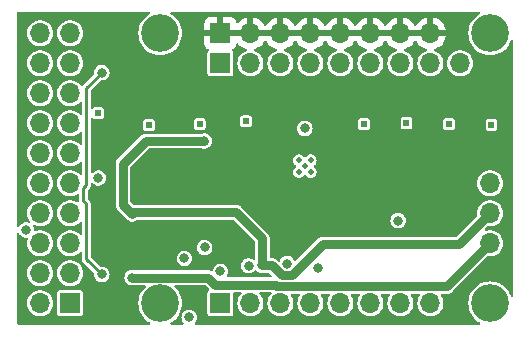
<source format=gbr>
%TF.GenerationSoftware,KiCad,Pcbnew,8.0.7*%
%TF.CreationDate,2024-12-22T07:10:06-05:00*%
%TF.ProjectId,tac5212_audio_board_single_ended,74616335-3231-4325-9f61-7564696f5f62,rev?*%
%TF.SameCoordinates,Original*%
%TF.FileFunction,Copper,L3,Inr*%
%TF.FilePolarity,Positive*%
%FSLAX46Y46*%
G04 Gerber Fmt 4.6, Leading zero omitted, Abs format (unit mm)*
G04 Created by KiCad (PCBNEW 8.0.7) date 2024-12-22 07:10:06*
%MOMM*%
%LPD*%
G01*
G04 APERTURE LIST*
%TA.AperFunction,ComponentPad*%
%ADD10R,1.700000X1.700000*%
%TD*%
%TA.AperFunction,ComponentPad*%
%ADD11O,1.700000X1.700000*%
%TD*%
%TA.AperFunction,ComponentPad*%
%ADD12C,3.200000*%
%TD*%
%TA.AperFunction,ComponentPad*%
%ADD13C,0.500000*%
%TD*%
%TA.AperFunction,ComponentPad*%
%ADD14R,0.500000X0.500000*%
%TD*%
%TA.AperFunction,ViaPad*%
%ADD15C,0.800000*%
%TD*%
%TA.AperFunction,Conductor*%
%ADD16C,0.750000*%
%TD*%
%TA.AperFunction,Conductor*%
%ADD17C,0.250000*%
%TD*%
G04 APERTURE END LIST*
D10*
%TO.N,EN_HELD_HIGH*%
%TO.C,board_outline108*%
X89337500Y-122600000D03*
D11*
%TO.N,unconnected-(board_outline108-HELD_LOW-Pad2)*%
X86797500Y-122600000D03*
%TO.N,Net-(5V108-B)*%
X89337500Y-120060000D03*
%TO.N,GNDD*%
X86797500Y-120060000D03*
%TO.N,unconnected-(board_outline108-12V-Pad5)*%
X89337500Y-117520000D03*
%TO.N,GNDD*%
X86797500Y-117520000D03*
%TO.N,5212_DOUT1+*%
X89337500Y-114980000D03*
%TO.N,GNDD*%
X86797500Y-114980000D03*
%TO.N,5212_DIN1*%
X89337500Y-112440000D03*
%TO.N,GNDD*%
X86797500Y-112440000D03*
%TO.N,5212_BCLK1*%
X89337500Y-109900000D03*
%TO.N,GNDD*%
X86797500Y-109900000D03*
%TO.N,5212_LRCK1*%
X89337500Y-107360000D03*
%TO.N,GNDD*%
X86797500Y-107360000D03*
%TO.N,DSP_SDA*%
X89337500Y-104820000D03*
%TO.N,GNDD*%
X86797500Y-104820000D03*
%TO.N,DSP_SCL*%
X89337500Y-102280000D03*
%TO.N,GNDD*%
X86797500Y-102280000D03*
%TO.N,5212_MCLK1*%
X89337500Y-99740000D03*
%TO.N,GNDD*%
X86797500Y-99740000D03*
D10*
%TO.N,OUT1P+*%
X102047500Y-102285000D03*
%TO.N,Earth*%
X102047500Y-99745000D03*
D11*
%TO.N,OUT1M+*%
X104587500Y-102285000D03*
%TO.N,Earth*%
X104587500Y-99745000D03*
%TO.N,OUT2P+*%
X107127500Y-102285000D03*
%TO.N,Earth*%
X107127500Y-99745000D03*
%TO.N,OUT2M+*%
X109667500Y-102285000D03*
%TO.N,Earth*%
X109667500Y-99745000D03*
%TO.N,IN1P+*%
X112207500Y-102285000D03*
%TO.N,Earth*%
X112207500Y-99745000D03*
%TO.N,IN1M+*%
X114747500Y-102285000D03*
%TO.N,Earth*%
X114747500Y-99745000D03*
%TO.N,IN2P+*%
X117287500Y-102285000D03*
%TO.N,Earth*%
X117287500Y-99745000D03*
%TO.N,IN2M+*%
X119827500Y-102285000D03*
%TO.N,Earth*%
X119827500Y-99745000D03*
D10*
%TO.N,5212_SCL*%
X102047500Y-122605000D03*
D11*
%TO.N,5212_SDA*%
X104587500Y-122605000D03*
%TO.N,GNDD*%
X107127500Y-122605000D03*
%TO.N,GPIO1*%
X109667500Y-122605000D03*
%TO.N,GPIO2*%
X112207500Y-122605000D03*
%TO.N,GPO1*%
X114747500Y-122605000D03*
%TO.N,GPI1*%
X117287500Y-122605000D03*
%TO.N,GNDD*%
X119827500Y-122605000D03*
%TO.N,5V*%
X124892500Y-117525000D03*
%TO.N,3.3V_LDO*%
X124892500Y-114985000D03*
%TO.N,GNDD*%
X124892500Y-112445000D03*
%TO.N,MICBIAS*%
X122352500Y-102285000D03*
D12*
%TO.N,Net-(E108-B)*%
X96952500Y-99745000D03*
%TO.N,Net-(E109-B)*%
X124892500Y-99745000D03*
%TO.N,Net-(G117-A)*%
X96952500Y-122605000D03*
%TO.N,Net-(G118-A)*%
X124892500Y-122605000D03*
%TD*%
D13*
%TO.N,Earth*%
%TO.C,G110*%
X117100000Y-114000000D03*
%TD*%
%TO.N,Earth*%
%TO.C,G109*%
X99200000Y-117200000D03*
%TD*%
%TO.N,Earth*%
%TO.C,G112*%
X118400000Y-114000000D03*
%TD*%
%TO.N,Earth*%
%TO.C,G111*%
X92300000Y-118400000D03*
%TD*%
%TO.N,Earth*%
%TO.C,G113*%
X102600000Y-118400000D03*
%TD*%
%TO.N,GNDD*%
%TO.C,TAC5212*%
X109694975Y-110505025D03*
X109694975Y-111494975D03*
X109200000Y-111000000D03*
X108705025Y-110505025D03*
X108705025Y-111494975D03*
%TD*%
%TO.N,Earth*%
%TO.C,G115*%
X103200000Y-119300000D03*
%TD*%
%TO.N,Earth*%
%TO.C,G114*%
X123500000Y-113700000D03*
%TD*%
%TO.N,Earth*%
%TO.C,G116*%
X125900000Y-110200000D03*
%TD*%
%TO.N,Earth*%
%TO.C,G108*%
X115800000Y-114500000D03*
%TD*%
D14*
%TO.N,IN1P*%
%TO.C,INP1*%
X114200000Y-107425000D03*
%TD*%
%TO.N,OUT1M*%
%TO.C,OM1*%
X91700000Y-106500000D03*
%TD*%
%TO.N,IN1M*%
%TO.C,INM1*%
X117800000Y-107362500D03*
%TD*%
%TO.N,OUT1P*%
%TO.C,OP1*%
X96000000Y-107500000D03*
%TD*%
%TO.N,OUT2M*%
%TO.C,OM2*%
X104200000Y-107200000D03*
%TD*%
%TO.N,IN2M*%
%TO.C,INM2*%
X125000000Y-107482500D03*
%TD*%
%TO.N,IN2P*%
%TO.C,INP2*%
X121400000Y-107435000D03*
%TD*%
%TO.N,OUT2P*%
%TO.C,OP2*%
X100300000Y-107425000D03*
%TD*%
D15*
%TO.N,GNDD*%
X99400000Y-123800000D03*
X91719599Y-111998440D03*
X109200000Y-107800000D03*
X107711709Y-119246986D03*
X99000000Y-118800000D03*
X100718700Y-117875000D03*
%TO.N,5V*%
X94569964Y-120430000D03*
%TO.N,Earth*%
X103224739Y-107762663D03*
X112825000Y-110225000D03*
%TO.N,EN_HELD_HIGH*%
X117100000Y-115600000D03*
%TO.N,5212_SCL*%
X102047500Y-119900002D03*
%TO.N,5212_SDA*%
X92004802Y-120161926D03*
X92007954Y-103082209D03*
%TO.N,3.3V_LDO*%
X100675000Y-108873986D03*
X94600000Y-115050000D03*
X105600000Y-119400000D03*
%TO.N,GPI1*%
X85600000Y-116400000D03*
%TO.N,Net-(PU_EN108-Pad1)*%
X110338844Y-119622742D03*
X104430004Y-119430004D03*
%TD*%
D16*
%TO.N,5V*%
X121237500Y-121180000D02*
X106851651Y-121180000D01*
X101027931Y-120430000D02*
X94569964Y-120430000D01*
X101622931Y-121025000D02*
X101027931Y-120430000D01*
X124892500Y-117525000D02*
X121237500Y-121180000D01*
X106851651Y-121180000D02*
X106696652Y-121025000D01*
X106696652Y-121025000D02*
X101622931Y-121025000D01*
D17*
%TO.N,5212_SDA*%
X90450000Y-112878984D02*
X90450001Y-113907394D01*
X90700000Y-118857124D02*
X92004802Y-120161926D01*
X90700000Y-112628984D02*
X90450000Y-112878984D01*
X90450001Y-113907394D02*
X90700000Y-114157393D01*
X90700000Y-104390163D02*
X90700000Y-112628984D01*
X90700000Y-114157393D02*
X90700000Y-118857124D01*
X92007954Y-103082209D02*
X90700000Y-104390163D01*
D16*
%TO.N,3.3V_LDO*%
X122277500Y-117600000D02*
X110741258Y-117600000D01*
X110741258Y-117600000D02*
X108111258Y-120230000D01*
X106415154Y-119400000D02*
X105600000Y-119400000D01*
X105600000Y-117100000D02*
X105600000Y-119400000D01*
X93800000Y-114250000D02*
X93800000Y-110800000D01*
X93800000Y-110800000D02*
X95726014Y-108873986D01*
X94600000Y-115050000D02*
X94750000Y-114900000D01*
X94600000Y-115050000D02*
X93800000Y-114250000D01*
X95726014Y-108873986D02*
X100675000Y-108873986D01*
X94750000Y-114900000D02*
X103400000Y-114900000D01*
X108111258Y-120230000D02*
X107245154Y-120230000D01*
X107245154Y-120230000D02*
X106415154Y-119400000D01*
X124892500Y-114985000D02*
X122277500Y-117600000D01*
X103400000Y-114900000D02*
X105600000Y-117100000D01*
%TD*%
%TA.AperFunction,Conductor*%
%TO.N,Earth*%
G36*
X104121575Y-99552007D02*
G01*
X104087500Y-99679174D01*
X104087500Y-99810826D01*
X104121575Y-99937993D01*
X104154488Y-99995000D01*
X102480512Y-99995000D01*
X102513425Y-99937993D01*
X102547500Y-99810826D01*
X102547500Y-99679174D01*
X102513425Y-99552007D01*
X102480512Y-99495000D01*
X104154488Y-99495000D01*
X104121575Y-99552007D01*
G37*
%TD.AperFunction*%
%TA.AperFunction,Conductor*%
G36*
X106661575Y-99552007D02*
G01*
X106627500Y-99679174D01*
X106627500Y-99810826D01*
X106661575Y-99937993D01*
X106694488Y-99995000D01*
X105020512Y-99995000D01*
X105053425Y-99937993D01*
X105087500Y-99810826D01*
X105087500Y-99679174D01*
X105053425Y-99552007D01*
X105020512Y-99495000D01*
X106694488Y-99495000D01*
X106661575Y-99552007D01*
G37*
%TD.AperFunction*%
%TA.AperFunction,Conductor*%
G36*
X109201575Y-99552007D02*
G01*
X109167500Y-99679174D01*
X109167500Y-99810826D01*
X109201575Y-99937993D01*
X109234488Y-99995000D01*
X107560512Y-99995000D01*
X107593425Y-99937993D01*
X107627500Y-99810826D01*
X107627500Y-99679174D01*
X107593425Y-99552007D01*
X107560512Y-99495000D01*
X109234488Y-99495000D01*
X109201575Y-99552007D01*
G37*
%TD.AperFunction*%
%TA.AperFunction,Conductor*%
G36*
X111741575Y-99552007D02*
G01*
X111707500Y-99679174D01*
X111707500Y-99810826D01*
X111741575Y-99937993D01*
X111774488Y-99995000D01*
X110100512Y-99995000D01*
X110133425Y-99937993D01*
X110167500Y-99810826D01*
X110167500Y-99679174D01*
X110133425Y-99552007D01*
X110100512Y-99495000D01*
X111774488Y-99495000D01*
X111741575Y-99552007D01*
G37*
%TD.AperFunction*%
%TA.AperFunction,Conductor*%
G36*
X114281575Y-99552007D02*
G01*
X114247500Y-99679174D01*
X114247500Y-99810826D01*
X114281575Y-99937993D01*
X114314488Y-99995000D01*
X112640512Y-99995000D01*
X112673425Y-99937993D01*
X112707500Y-99810826D01*
X112707500Y-99679174D01*
X112673425Y-99552007D01*
X112640512Y-99495000D01*
X114314488Y-99495000D01*
X114281575Y-99552007D01*
G37*
%TD.AperFunction*%
%TA.AperFunction,Conductor*%
G36*
X116821575Y-99552007D02*
G01*
X116787500Y-99679174D01*
X116787500Y-99810826D01*
X116821575Y-99937993D01*
X116854488Y-99995000D01*
X115180512Y-99995000D01*
X115213425Y-99937993D01*
X115247500Y-99810826D01*
X115247500Y-99679174D01*
X115213425Y-99552007D01*
X115180512Y-99495000D01*
X116854488Y-99495000D01*
X116821575Y-99552007D01*
G37*
%TD.AperFunction*%
%TA.AperFunction,Conductor*%
G36*
X119361575Y-99552007D02*
G01*
X119327500Y-99679174D01*
X119327500Y-99810826D01*
X119361575Y-99937993D01*
X119394488Y-99995000D01*
X117720512Y-99995000D01*
X117753425Y-99937993D01*
X117787500Y-99810826D01*
X117787500Y-99679174D01*
X117753425Y-99552007D01*
X117720512Y-99495000D01*
X119394488Y-99495000D01*
X119361575Y-99552007D01*
G37*
%TD.AperFunction*%
%TA.AperFunction,Conductor*%
G36*
X96058017Y-97963907D02*
G01*
X96093981Y-98013407D01*
X96093981Y-98074593D01*
X96058017Y-98124093D01*
X96047272Y-98130890D01*
X95949488Y-98184283D01*
X95737590Y-98342908D01*
X95550408Y-98530090D01*
X95391783Y-98741988D01*
X95264927Y-98974307D01*
X95264926Y-98974309D01*
X95172424Y-99222317D01*
X95116156Y-99480979D01*
X95097273Y-99745000D01*
X95116156Y-100009020D01*
X95116156Y-100009023D01*
X95116157Y-100009026D01*
X95144486Y-100139252D01*
X95172424Y-100267682D01*
X95264926Y-100515690D01*
X95264927Y-100515692D01*
X95391784Y-100748011D01*
X95391783Y-100748011D01*
X95550408Y-100959909D01*
X95550410Y-100959911D01*
X95550413Y-100959915D01*
X95737585Y-101147087D01*
X95737588Y-101147089D01*
X95737590Y-101147091D01*
X95949488Y-101305716D01*
X96181807Y-101432572D01*
X96181811Y-101432574D01*
X96429817Y-101525075D01*
X96429822Y-101525077D01*
X96688474Y-101581343D01*
X96952500Y-101600227D01*
X97216526Y-101581343D01*
X97475178Y-101525077D01*
X97723189Y-101432574D01*
X97955511Y-101305716D01*
X98167415Y-101147087D01*
X98354587Y-100959915D01*
X98513216Y-100748011D01*
X98570653Y-100642824D01*
X100697499Y-100642824D01*
X100703901Y-100702370D01*
X100703903Y-100702381D01*
X100754146Y-100837088D01*
X100754147Y-100837090D01*
X100840307Y-100952184D01*
X100840315Y-100952192D01*
X100955409Y-101038352D01*
X100955411Y-101038353D01*
X101021128Y-101062864D01*
X101069043Y-101100914D01*
X101085441Y-101159861D01*
X101064060Y-101217189D01*
X101041534Y-101237937D01*
X101016902Y-101254395D01*
X101016897Y-101254400D01*
X100961535Y-101337257D01*
X100961533Y-101337263D01*
X100947001Y-101410315D01*
X100947000Y-101410327D01*
X100947000Y-103159672D01*
X100947001Y-103159684D01*
X100961533Y-103232736D01*
X100961535Y-103232742D01*
X101016897Y-103315599D01*
X101016899Y-103315601D01*
X101099760Y-103370966D01*
X101147690Y-103380500D01*
X101172815Y-103385498D01*
X101172820Y-103385498D01*
X101172826Y-103385500D01*
X101172827Y-103385500D01*
X102922173Y-103385500D01*
X102922174Y-103385500D01*
X102995240Y-103370966D01*
X103078101Y-103315601D01*
X103133466Y-103232740D01*
X103148000Y-103159674D01*
X103148000Y-101410326D01*
X103133466Y-101337260D01*
X103078101Y-101254399D01*
X103078099Y-101254397D01*
X103053466Y-101237938D01*
X103015586Y-101189888D01*
X103013184Y-101128750D01*
X103047176Y-101077876D01*
X103073871Y-101062863D01*
X103139592Y-101038351D01*
X103254684Y-100952192D01*
X103254692Y-100952184D01*
X103340852Y-100837090D01*
X103340853Y-100837088D01*
X103391096Y-100702381D01*
X103391098Y-100702370D01*
X103392722Y-100687269D01*
X103417741Y-100631432D01*
X103470801Y-100600965D01*
X103531636Y-100607504D01*
X103561159Y-100627846D01*
X103716426Y-100783113D01*
X103909922Y-100918600D01*
X104124009Y-101018430D01*
X104237018Y-101048711D01*
X104288332Y-101082035D01*
X104310259Y-101139156D01*
X104294424Y-101198257D01*
X104247157Y-101236653D01*
X104094863Y-101295652D01*
X104027664Y-101337260D01*
X103921459Y-101403019D01*
X103770737Y-101540420D01*
X103647828Y-101703177D01*
X103647823Y-101703186D01*
X103556919Y-101885747D01*
X103556918Y-101885750D01*
X103501103Y-102081917D01*
X103482285Y-102285000D01*
X103501103Y-102488083D01*
X103556918Y-102684250D01*
X103647827Y-102866821D01*
X103770736Y-103029579D01*
X103921459Y-103166981D01*
X104094863Y-103274348D01*
X104285044Y-103348024D01*
X104485524Y-103385500D01*
X104689476Y-103385500D01*
X104889956Y-103348024D01*
X105080137Y-103274348D01*
X105253541Y-103166981D01*
X105404264Y-103029579D01*
X105527173Y-102866821D01*
X105618082Y-102684250D01*
X105673897Y-102488083D01*
X105692715Y-102285000D01*
X105673897Y-102081917D01*
X105618082Y-101885750D01*
X105527173Y-101703179D01*
X105404264Y-101540421D01*
X105253541Y-101403019D01*
X105080137Y-101295652D01*
X104927840Y-101236652D01*
X104880410Y-101198001D01*
X104864756Y-101138852D01*
X104886859Y-101081799D01*
X104937981Y-101048711D01*
X105050990Y-101018430D01*
X105265077Y-100918600D01*
X105458573Y-100783113D01*
X105625613Y-100616073D01*
X105761101Y-100422576D01*
X105761102Y-100422574D01*
X105767775Y-100408265D01*
X105809503Y-100363516D01*
X105869564Y-100351841D01*
X105925017Y-100377698D01*
X105947225Y-100408265D01*
X105953897Y-100422574D01*
X105953898Y-100422576D01*
X106089386Y-100616073D01*
X106256426Y-100783113D01*
X106449922Y-100918600D01*
X106664009Y-101018430D01*
X106777018Y-101048711D01*
X106828332Y-101082035D01*
X106850259Y-101139156D01*
X106834424Y-101198257D01*
X106787157Y-101236653D01*
X106634863Y-101295652D01*
X106567664Y-101337260D01*
X106461459Y-101403019D01*
X106310737Y-101540420D01*
X106187828Y-101703177D01*
X106187823Y-101703186D01*
X106096919Y-101885747D01*
X106096918Y-101885750D01*
X106041103Y-102081917D01*
X106022285Y-102285000D01*
X106041103Y-102488083D01*
X106096918Y-102684250D01*
X106187827Y-102866821D01*
X106310736Y-103029579D01*
X106461459Y-103166981D01*
X106634863Y-103274348D01*
X106825044Y-103348024D01*
X107025524Y-103385500D01*
X107229476Y-103385500D01*
X107429956Y-103348024D01*
X107620137Y-103274348D01*
X107793541Y-103166981D01*
X107944264Y-103029579D01*
X108067173Y-102866821D01*
X108158082Y-102684250D01*
X108213897Y-102488083D01*
X108232715Y-102285000D01*
X108213897Y-102081917D01*
X108158082Y-101885750D01*
X108067173Y-101703179D01*
X107944264Y-101540421D01*
X107793541Y-101403019D01*
X107620137Y-101295652D01*
X107467840Y-101236652D01*
X107420410Y-101198001D01*
X107404756Y-101138852D01*
X107426859Y-101081799D01*
X107477981Y-101048711D01*
X107590990Y-101018430D01*
X107805077Y-100918600D01*
X107998573Y-100783113D01*
X108165613Y-100616073D01*
X108301101Y-100422576D01*
X108301102Y-100422574D01*
X108307775Y-100408265D01*
X108349503Y-100363516D01*
X108409564Y-100351841D01*
X108465017Y-100377698D01*
X108487225Y-100408265D01*
X108493897Y-100422574D01*
X108493898Y-100422576D01*
X108629386Y-100616073D01*
X108796426Y-100783113D01*
X108989922Y-100918600D01*
X109204009Y-101018430D01*
X109317018Y-101048711D01*
X109368332Y-101082035D01*
X109390259Y-101139156D01*
X109374424Y-101198257D01*
X109327157Y-101236653D01*
X109174863Y-101295652D01*
X109107664Y-101337260D01*
X109001459Y-101403019D01*
X108850737Y-101540420D01*
X108727828Y-101703177D01*
X108727823Y-101703186D01*
X108636919Y-101885747D01*
X108636918Y-101885750D01*
X108581103Y-102081917D01*
X108562285Y-102285000D01*
X108581103Y-102488083D01*
X108636918Y-102684250D01*
X108727827Y-102866821D01*
X108850736Y-103029579D01*
X109001459Y-103166981D01*
X109174863Y-103274348D01*
X109365044Y-103348024D01*
X109565524Y-103385500D01*
X109769476Y-103385500D01*
X109969956Y-103348024D01*
X110160137Y-103274348D01*
X110333541Y-103166981D01*
X110484264Y-103029579D01*
X110607173Y-102866821D01*
X110698082Y-102684250D01*
X110753897Y-102488083D01*
X110772715Y-102285000D01*
X110753897Y-102081917D01*
X110698082Y-101885750D01*
X110607173Y-101703179D01*
X110484264Y-101540421D01*
X110333541Y-101403019D01*
X110160137Y-101295652D01*
X110007840Y-101236652D01*
X109960410Y-101198001D01*
X109944756Y-101138852D01*
X109966859Y-101081799D01*
X110017981Y-101048711D01*
X110130990Y-101018430D01*
X110345077Y-100918600D01*
X110538573Y-100783113D01*
X110705613Y-100616073D01*
X110841101Y-100422576D01*
X110841102Y-100422574D01*
X110847775Y-100408265D01*
X110889503Y-100363516D01*
X110949564Y-100351841D01*
X111005017Y-100377698D01*
X111027225Y-100408265D01*
X111033897Y-100422574D01*
X111033898Y-100422576D01*
X111169386Y-100616073D01*
X111336426Y-100783113D01*
X111529922Y-100918600D01*
X111744009Y-101018430D01*
X111857018Y-101048711D01*
X111908332Y-101082035D01*
X111930259Y-101139156D01*
X111914424Y-101198257D01*
X111867157Y-101236653D01*
X111714863Y-101295652D01*
X111647664Y-101337260D01*
X111541459Y-101403019D01*
X111390737Y-101540420D01*
X111267828Y-101703177D01*
X111267823Y-101703186D01*
X111176919Y-101885747D01*
X111176918Y-101885750D01*
X111121103Y-102081917D01*
X111102285Y-102285000D01*
X111121103Y-102488083D01*
X111176918Y-102684250D01*
X111267827Y-102866821D01*
X111390736Y-103029579D01*
X111541459Y-103166981D01*
X111714863Y-103274348D01*
X111905044Y-103348024D01*
X112105524Y-103385500D01*
X112309476Y-103385500D01*
X112509956Y-103348024D01*
X112700137Y-103274348D01*
X112873541Y-103166981D01*
X113024264Y-103029579D01*
X113147173Y-102866821D01*
X113238082Y-102684250D01*
X113293897Y-102488083D01*
X113312715Y-102285000D01*
X113293897Y-102081917D01*
X113238082Y-101885750D01*
X113147173Y-101703179D01*
X113024264Y-101540421D01*
X112873541Y-101403019D01*
X112700137Y-101295652D01*
X112547840Y-101236652D01*
X112500410Y-101198001D01*
X112484756Y-101138852D01*
X112506859Y-101081799D01*
X112557981Y-101048711D01*
X112670990Y-101018430D01*
X112885077Y-100918600D01*
X113078573Y-100783113D01*
X113245613Y-100616073D01*
X113381101Y-100422576D01*
X113381102Y-100422574D01*
X113387775Y-100408265D01*
X113429503Y-100363516D01*
X113489564Y-100351841D01*
X113545017Y-100377698D01*
X113567225Y-100408265D01*
X113573897Y-100422574D01*
X113573898Y-100422576D01*
X113709386Y-100616073D01*
X113876426Y-100783113D01*
X114069922Y-100918600D01*
X114284009Y-101018430D01*
X114397018Y-101048711D01*
X114448332Y-101082035D01*
X114470259Y-101139156D01*
X114454424Y-101198257D01*
X114407157Y-101236653D01*
X114254863Y-101295652D01*
X114187664Y-101337260D01*
X114081459Y-101403019D01*
X113930737Y-101540420D01*
X113807828Y-101703177D01*
X113807823Y-101703186D01*
X113716919Y-101885747D01*
X113716918Y-101885750D01*
X113661103Y-102081917D01*
X113642285Y-102285000D01*
X113661103Y-102488083D01*
X113716918Y-102684250D01*
X113807827Y-102866821D01*
X113930736Y-103029579D01*
X114081459Y-103166981D01*
X114254863Y-103274348D01*
X114445044Y-103348024D01*
X114645524Y-103385500D01*
X114849476Y-103385500D01*
X115049956Y-103348024D01*
X115240137Y-103274348D01*
X115413541Y-103166981D01*
X115564264Y-103029579D01*
X115687173Y-102866821D01*
X115778082Y-102684250D01*
X115833897Y-102488083D01*
X115852715Y-102285000D01*
X115833897Y-102081917D01*
X115778082Y-101885750D01*
X115687173Y-101703179D01*
X115564264Y-101540421D01*
X115413541Y-101403019D01*
X115240137Y-101295652D01*
X115087840Y-101236652D01*
X115040410Y-101198001D01*
X115024756Y-101138852D01*
X115046859Y-101081799D01*
X115097981Y-101048711D01*
X115210990Y-101018430D01*
X115425077Y-100918600D01*
X115618573Y-100783113D01*
X115785613Y-100616073D01*
X115921101Y-100422576D01*
X115921102Y-100422574D01*
X115927775Y-100408265D01*
X115969503Y-100363516D01*
X116029564Y-100351841D01*
X116085017Y-100377698D01*
X116107225Y-100408265D01*
X116113897Y-100422574D01*
X116113898Y-100422576D01*
X116249386Y-100616073D01*
X116416426Y-100783113D01*
X116609922Y-100918600D01*
X116824009Y-101018430D01*
X116937018Y-101048711D01*
X116988332Y-101082035D01*
X117010259Y-101139156D01*
X116994424Y-101198257D01*
X116947157Y-101236653D01*
X116794863Y-101295652D01*
X116727664Y-101337260D01*
X116621459Y-101403019D01*
X116470737Y-101540420D01*
X116347828Y-101703177D01*
X116347823Y-101703186D01*
X116256919Y-101885747D01*
X116256918Y-101885750D01*
X116201103Y-102081917D01*
X116182285Y-102285000D01*
X116201103Y-102488083D01*
X116256918Y-102684250D01*
X116347827Y-102866821D01*
X116470736Y-103029579D01*
X116621459Y-103166981D01*
X116794863Y-103274348D01*
X116985044Y-103348024D01*
X117185524Y-103385500D01*
X117389476Y-103385500D01*
X117589956Y-103348024D01*
X117780137Y-103274348D01*
X117953541Y-103166981D01*
X118104264Y-103029579D01*
X118227173Y-102866821D01*
X118318082Y-102684250D01*
X118373897Y-102488083D01*
X118392715Y-102285000D01*
X118373897Y-102081917D01*
X118318082Y-101885750D01*
X118227173Y-101703179D01*
X118104264Y-101540421D01*
X117953541Y-101403019D01*
X117780137Y-101295652D01*
X117627840Y-101236652D01*
X117580410Y-101198001D01*
X117564756Y-101138852D01*
X117586859Y-101081799D01*
X117637981Y-101048711D01*
X117750990Y-101018430D01*
X117965077Y-100918600D01*
X118158573Y-100783113D01*
X118325613Y-100616073D01*
X118461101Y-100422576D01*
X118461102Y-100422574D01*
X118467775Y-100408265D01*
X118509503Y-100363516D01*
X118569564Y-100351841D01*
X118625017Y-100377698D01*
X118647225Y-100408265D01*
X118653897Y-100422574D01*
X118653898Y-100422576D01*
X118789386Y-100616073D01*
X118956426Y-100783113D01*
X119149922Y-100918600D01*
X119364009Y-101018430D01*
X119477018Y-101048711D01*
X119528332Y-101082035D01*
X119550259Y-101139156D01*
X119534424Y-101198257D01*
X119487157Y-101236653D01*
X119334863Y-101295652D01*
X119267664Y-101337260D01*
X119161459Y-101403019D01*
X119010737Y-101540420D01*
X118887828Y-101703177D01*
X118887823Y-101703186D01*
X118796919Y-101885747D01*
X118796918Y-101885750D01*
X118741103Y-102081917D01*
X118722285Y-102285000D01*
X118741103Y-102488083D01*
X118796918Y-102684250D01*
X118887827Y-102866821D01*
X119010736Y-103029579D01*
X119161459Y-103166981D01*
X119334863Y-103274348D01*
X119525044Y-103348024D01*
X119725524Y-103385500D01*
X119929476Y-103385500D01*
X120129956Y-103348024D01*
X120320137Y-103274348D01*
X120493541Y-103166981D01*
X120644264Y-103029579D01*
X120767173Y-102866821D01*
X120858082Y-102684250D01*
X120913897Y-102488083D01*
X120932715Y-102285000D01*
X121247285Y-102285000D01*
X121266103Y-102488083D01*
X121321918Y-102684250D01*
X121412827Y-102866821D01*
X121535736Y-103029579D01*
X121686459Y-103166981D01*
X121859863Y-103274348D01*
X122050044Y-103348024D01*
X122250524Y-103385500D01*
X122454476Y-103385500D01*
X122654956Y-103348024D01*
X122845137Y-103274348D01*
X123018541Y-103166981D01*
X123169264Y-103029579D01*
X123292173Y-102866821D01*
X123383082Y-102684250D01*
X123438897Y-102488083D01*
X123457715Y-102285000D01*
X123438897Y-102081917D01*
X123383082Y-101885750D01*
X123292173Y-101703179D01*
X123169264Y-101540421D01*
X123018541Y-101403019D01*
X122845137Y-101295652D01*
X122654956Y-101221976D01*
X122654955Y-101221975D01*
X122654953Y-101221975D01*
X122454476Y-101184500D01*
X122250524Y-101184500D01*
X122050046Y-101221975D01*
X122008841Y-101237938D01*
X121859863Y-101295652D01*
X121792664Y-101337260D01*
X121686459Y-101403019D01*
X121535737Y-101540420D01*
X121412828Y-101703177D01*
X121412823Y-101703186D01*
X121321919Y-101885747D01*
X121321918Y-101885750D01*
X121266103Y-102081917D01*
X121247285Y-102285000D01*
X120932715Y-102285000D01*
X120913897Y-102081917D01*
X120858082Y-101885750D01*
X120767173Y-101703179D01*
X120644264Y-101540421D01*
X120493541Y-101403019D01*
X120320137Y-101295652D01*
X120167840Y-101236652D01*
X120120410Y-101198001D01*
X120104756Y-101138852D01*
X120126859Y-101081799D01*
X120177981Y-101048711D01*
X120290990Y-101018430D01*
X120505077Y-100918600D01*
X120698573Y-100783113D01*
X120865613Y-100616073D01*
X121001100Y-100422577D01*
X121100930Y-100208489D01*
X121158136Y-99995000D01*
X120260512Y-99995000D01*
X120293425Y-99937993D01*
X120327500Y-99810826D01*
X120327500Y-99679174D01*
X120293425Y-99552007D01*
X120260512Y-99495000D01*
X121158136Y-99495000D01*
X121100929Y-99281505D01*
X121001105Y-99067432D01*
X121001101Y-99067424D01*
X120865613Y-98873926D01*
X120698573Y-98706886D01*
X120505077Y-98571399D01*
X120290989Y-98471569D01*
X120077500Y-98414364D01*
X120077500Y-99311988D01*
X120020493Y-99279075D01*
X119893326Y-99245000D01*
X119761674Y-99245000D01*
X119634507Y-99279075D01*
X119577500Y-99311988D01*
X119577500Y-98414364D01*
X119364005Y-98471570D01*
X119149932Y-98571394D01*
X119149924Y-98571398D01*
X118956426Y-98706886D01*
X118789386Y-98873926D01*
X118653898Y-99067424D01*
X118653896Y-99067428D01*
X118647224Y-99081737D01*
X118605495Y-99126485D01*
X118545434Y-99138159D01*
X118489981Y-99112300D01*
X118467776Y-99081737D01*
X118461103Y-99067428D01*
X118461101Y-99067424D01*
X118325613Y-98873926D01*
X118158573Y-98706886D01*
X117965077Y-98571399D01*
X117750989Y-98471569D01*
X117537500Y-98414364D01*
X117537500Y-99311988D01*
X117480493Y-99279075D01*
X117353326Y-99245000D01*
X117221674Y-99245000D01*
X117094507Y-99279075D01*
X117037500Y-99311988D01*
X117037500Y-98414364D01*
X116824005Y-98471570D01*
X116609932Y-98571394D01*
X116609924Y-98571398D01*
X116416426Y-98706886D01*
X116249386Y-98873926D01*
X116113898Y-99067424D01*
X116113896Y-99067428D01*
X116107224Y-99081737D01*
X116065495Y-99126485D01*
X116005434Y-99138159D01*
X115949981Y-99112300D01*
X115927776Y-99081737D01*
X115921103Y-99067428D01*
X115921101Y-99067424D01*
X115785613Y-98873926D01*
X115618573Y-98706886D01*
X115425077Y-98571399D01*
X115210989Y-98471569D01*
X114997500Y-98414364D01*
X114997500Y-99311988D01*
X114940493Y-99279075D01*
X114813326Y-99245000D01*
X114681674Y-99245000D01*
X114554507Y-99279075D01*
X114497500Y-99311988D01*
X114497500Y-98414364D01*
X114284005Y-98471570D01*
X114069932Y-98571394D01*
X114069924Y-98571398D01*
X113876426Y-98706886D01*
X113709386Y-98873926D01*
X113573898Y-99067424D01*
X113573896Y-99067428D01*
X113567224Y-99081737D01*
X113525495Y-99126485D01*
X113465434Y-99138159D01*
X113409981Y-99112300D01*
X113387776Y-99081737D01*
X113381103Y-99067428D01*
X113381101Y-99067424D01*
X113245613Y-98873926D01*
X113078573Y-98706886D01*
X112885077Y-98571399D01*
X112670989Y-98471569D01*
X112457500Y-98414364D01*
X112457500Y-99311988D01*
X112400493Y-99279075D01*
X112273326Y-99245000D01*
X112141674Y-99245000D01*
X112014507Y-99279075D01*
X111957500Y-99311988D01*
X111957500Y-98414364D01*
X111744005Y-98471570D01*
X111529932Y-98571394D01*
X111529924Y-98571398D01*
X111336426Y-98706886D01*
X111169386Y-98873926D01*
X111033898Y-99067424D01*
X111033896Y-99067428D01*
X111027224Y-99081737D01*
X110985495Y-99126485D01*
X110925434Y-99138159D01*
X110869981Y-99112300D01*
X110847776Y-99081737D01*
X110841103Y-99067428D01*
X110841101Y-99067424D01*
X110705613Y-98873926D01*
X110538573Y-98706886D01*
X110345077Y-98571399D01*
X110130989Y-98471569D01*
X109917500Y-98414364D01*
X109917500Y-99311988D01*
X109860493Y-99279075D01*
X109733326Y-99245000D01*
X109601674Y-99245000D01*
X109474507Y-99279075D01*
X109417500Y-99311988D01*
X109417500Y-98414364D01*
X109204005Y-98471570D01*
X108989932Y-98571394D01*
X108989924Y-98571398D01*
X108796426Y-98706886D01*
X108629386Y-98873926D01*
X108493898Y-99067424D01*
X108493896Y-99067428D01*
X108487224Y-99081737D01*
X108445495Y-99126485D01*
X108385434Y-99138159D01*
X108329981Y-99112300D01*
X108307776Y-99081737D01*
X108301103Y-99067428D01*
X108301101Y-99067424D01*
X108165613Y-98873926D01*
X107998573Y-98706886D01*
X107805077Y-98571399D01*
X107590989Y-98471569D01*
X107377500Y-98414364D01*
X107377500Y-99311988D01*
X107320493Y-99279075D01*
X107193326Y-99245000D01*
X107061674Y-99245000D01*
X106934507Y-99279075D01*
X106877500Y-99311988D01*
X106877500Y-98414364D01*
X106664005Y-98471570D01*
X106449932Y-98571394D01*
X106449924Y-98571398D01*
X106256426Y-98706886D01*
X106089386Y-98873926D01*
X105953898Y-99067424D01*
X105953896Y-99067428D01*
X105947224Y-99081737D01*
X105905495Y-99126485D01*
X105845434Y-99138159D01*
X105789981Y-99112300D01*
X105767776Y-99081737D01*
X105761103Y-99067428D01*
X105761101Y-99067424D01*
X105625613Y-98873926D01*
X105458573Y-98706886D01*
X105265077Y-98571399D01*
X105050989Y-98471569D01*
X104837500Y-98414364D01*
X104837500Y-99311988D01*
X104780493Y-99279075D01*
X104653326Y-99245000D01*
X104521674Y-99245000D01*
X104394507Y-99279075D01*
X104337500Y-99311988D01*
X104337500Y-98414364D01*
X104124005Y-98471570D01*
X103909932Y-98571394D01*
X103909924Y-98571398D01*
X103716425Y-98706887D01*
X103716421Y-98706890D01*
X103561158Y-98862153D01*
X103506642Y-98889930D01*
X103446210Y-98880359D01*
X103402945Y-98837094D01*
X103392722Y-98802731D01*
X103391098Y-98787629D01*
X103391096Y-98787618D01*
X103340853Y-98652911D01*
X103340852Y-98652909D01*
X103254692Y-98537815D01*
X103254684Y-98537807D01*
X103139590Y-98451647D01*
X103139588Y-98451646D01*
X103004881Y-98401403D01*
X103004870Y-98401401D01*
X102945324Y-98395000D01*
X102297501Y-98395000D01*
X102297500Y-98395001D01*
X102297500Y-99311988D01*
X102240493Y-99279075D01*
X102113326Y-99245000D01*
X101981674Y-99245000D01*
X101854507Y-99279075D01*
X101797500Y-99311988D01*
X101797500Y-98395001D01*
X101797499Y-98395000D01*
X101149676Y-98395000D01*
X101090129Y-98401401D01*
X101090118Y-98401403D01*
X100955411Y-98451646D01*
X100955409Y-98451647D01*
X100840315Y-98537807D01*
X100840307Y-98537815D01*
X100754147Y-98652909D01*
X100754146Y-98652911D01*
X100703903Y-98787618D01*
X100703901Y-98787629D01*
X100697500Y-98847175D01*
X100697500Y-99494999D01*
X100697501Y-99495000D01*
X101614488Y-99495000D01*
X101581575Y-99552007D01*
X101547500Y-99679174D01*
X101547500Y-99810826D01*
X101581575Y-99937993D01*
X101614488Y-99995000D01*
X100697501Y-99995000D01*
X100697500Y-99995001D01*
X100697500Y-100642824D01*
X100697499Y-100642824D01*
X98570653Y-100642824D01*
X98640074Y-100515689D01*
X98732577Y-100267678D01*
X98788843Y-100009026D01*
X98807727Y-99745000D01*
X98788843Y-99480974D01*
X98732577Y-99222322D01*
X98640074Y-98974311D01*
X98513216Y-98741989D01*
X98513215Y-98741988D01*
X98513216Y-98741988D01*
X98354591Y-98530090D01*
X98354589Y-98530088D01*
X98354587Y-98530085D01*
X98167415Y-98342913D01*
X98167411Y-98342910D01*
X98167409Y-98342908D01*
X97955511Y-98184283D01*
X97857728Y-98130890D01*
X97815717Y-98086408D01*
X97807875Y-98025727D01*
X97837198Y-97972026D01*
X97892486Y-97945816D01*
X97905174Y-97945000D01*
X123939826Y-97945000D01*
X123998017Y-97963907D01*
X124033981Y-98013407D01*
X124033981Y-98074593D01*
X123998017Y-98124093D01*
X123987272Y-98130890D01*
X123889488Y-98184283D01*
X123677590Y-98342908D01*
X123490408Y-98530090D01*
X123331783Y-98741988D01*
X123204927Y-98974307D01*
X123204926Y-98974309D01*
X123112424Y-99222317D01*
X123056156Y-99480979D01*
X123037273Y-99745000D01*
X123056156Y-100009020D01*
X123056156Y-100009023D01*
X123056157Y-100009026D01*
X123084486Y-100139252D01*
X123112424Y-100267682D01*
X123204926Y-100515690D01*
X123204927Y-100515692D01*
X123331784Y-100748011D01*
X123331783Y-100748011D01*
X123490408Y-100959909D01*
X123490410Y-100959911D01*
X123490413Y-100959915D01*
X123677585Y-101147087D01*
X123677588Y-101147089D01*
X123677590Y-101147091D01*
X123889488Y-101305716D01*
X124121807Y-101432572D01*
X124121811Y-101432574D01*
X124369817Y-101525075D01*
X124369822Y-101525077D01*
X124628474Y-101581343D01*
X124892500Y-101600227D01*
X125156526Y-101581343D01*
X125415178Y-101525077D01*
X125663189Y-101432574D01*
X125895511Y-101305716D01*
X126107415Y-101147087D01*
X126294587Y-100959915D01*
X126453216Y-100748011D01*
X126580074Y-100515689D01*
X126640742Y-100353030D01*
X126678793Y-100305117D01*
X126737740Y-100288719D01*
X126795067Y-100310101D01*
X126828878Y-100361096D01*
X126832500Y-100387628D01*
X126832500Y-121962371D01*
X126813593Y-122020562D01*
X126764093Y-122056526D01*
X126702907Y-122056526D01*
X126653407Y-122020562D01*
X126640742Y-121996968D01*
X126589811Y-121860417D01*
X126580074Y-121834311D01*
X126557778Y-121793480D01*
X126525470Y-121734312D01*
X126453216Y-121601989D01*
X126453215Y-121601988D01*
X126453216Y-121601988D01*
X126294591Y-121390090D01*
X126294589Y-121390088D01*
X126294587Y-121390085D01*
X126107415Y-121202913D01*
X126107411Y-121202910D01*
X126107409Y-121202908D01*
X125895511Y-121044283D01*
X125663192Y-120917427D01*
X125663190Y-120917426D01*
X125415181Y-120824924D01*
X125415183Y-120824924D01*
X125357459Y-120812367D01*
X125156526Y-120768657D01*
X125156523Y-120768656D01*
X125156520Y-120768656D01*
X124892500Y-120749773D01*
X124628479Y-120768656D01*
X124628474Y-120768656D01*
X124628474Y-120768657D01*
X124499148Y-120796790D01*
X124369817Y-120824924D01*
X124121809Y-120917426D01*
X124121807Y-120917427D01*
X123889488Y-121044283D01*
X123677590Y-121202908D01*
X123490408Y-121390090D01*
X123331783Y-121601988D01*
X123204927Y-121834307D01*
X123204926Y-121834309D01*
X123112424Y-122082317D01*
X123056156Y-122340979D01*
X123037273Y-122605000D01*
X123056156Y-122869020D01*
X123056156Y-122869023D01*
X123056157Y-122869026D01*
X123112423Y-123127678D01*
X123112424Y-123127682D01*
X123204926Y-123375690D01*
X123204927Y-123375692D01*
X123331784Y-123608011D01*
X123331783Y-123608011D01*
X123490408Y-123819909D01*
X123490410Y-123819911D01*
X123490413Y-123819915D01*
X123677585Y-124007087D01*
X123677588Y-124007089D01*
X123677590Y-124007091D01*
X123889488Y-124165716D01*
X123987272Y-124219110D01*
X124029283Y-124263592D01*
X124037125Y-124324273D01*
X124007802Y-124377974D01*
X123952514Y-124404184D01*
X123939826Y-124405000D01*
X99959104Y-124405000D01*
X99900913Y-124386093D01*
X99864949Y-124336593D01*
X99864949Y-124275407D01*
X99887955Y-124240287D01*
X99886514Y-124239010D01*
X99890478Y-124234534D01*
X99890483Y-124234530D01*
X99980220Y-124104523D01*
X100036237Y-123956818D01*
X100055278Y-123800000D01*
X100036237Y-123643182D01*
X99980220Y-123495477D01*
X99897539Y-123375692D01*
X99890484Y-123365471D01*
X99872546Y-123349579D01*
X99772240Y-123260717D01*
X99702302Y-123224010D01*
X99632364Y-123187303D01*
X99478987Y-123149500D01*
X99478985Y-123149500D01*
X99321015Y-123149500D01*
X99321012Y-123149500D01*
X99167635Y-123187303D01*
X99027758Y-123260718D01*
X98909515Y-123365471D01*
X98819780Y-123495476D01*
X98763763Y-123643182D01*
X98763762Y-123643183D01*
X98744722Y-123799998D01*
X98744722Y-123800001D01*
X98763762Y-123956816D01*
X98763763Y-123956818D01*
X98782829Y-124007091D01*
X98819780Y-124104523D01*
X98909517Y-124234530D01*
X98913486Y-124239010D01*
X98911674Y-124240615D01*
X98937566Y-124284647D01*
X98931655Y-124345546D01*
X98891077Y-124391340D01*
X98840896Y-124405000D01*
X97905174Y-124405000D01*
X97846983Y-124386093D01*
X97811019Y-124336593D01*
X97811019Y-124275407D01*
X97846983Y-124225907D01*
X97857728Y-124219110D01*
X97955511Y-124165716D01*
X98037255Y-124104523D01*
X98167415Y-124007087D01*
X98354587Y-123819915D01*
X98513216Y-123608011D01*
X98640074Y-123375689D01*
X98732577Y-123127678D01*
X98788843Y-122869026D01*
X98807727Y-122605000D01*
X98788843Y-122340974D01*
X98732577Y-122082322D01*
X98640074Y-121834311D01*
X98617778Y-121793480D01*
X98585470Y-121734312D01*
X98513216Y-121601989D01*
X98513215Y-121601988D01*
X98513216Y-121601988D01*
X98354591Y-121390090D01*
X98354589Y-121390088D01*
X98354587Y-121390085D01*
X98189003Y-121224501D01*
X98161228Y-121169987D01*
X98170799Y-121109555D01*
X98214064Y-121066290D01*
X98259009Y-121055500D01*
X100727833Y-121055500D01*
X100786024Y-121074407D01*
X100797837Y-121084496D01*
X101093956Y-121380615D01*
X101121733Y-121435132D01*
X101112162Y-121495564D01*
X101078954Y-121532934D01*
X101016901Y-121574396D01*
X101016897Y-121574400D01*
X100961535Y-121657257D01*
X100961533Y-121657263D01*
X100947001Y-121730315D01*
X100947000Y-121730327D01*
X100947000Y-123479672D01*
X100947001Y-123479684D01*
X100961533Y-123552736D01*
X100961535Y-123552742D01*
X101016897Y-123635599D01*
X101016899Y-123635601D01*
X101099760Y-123690966D01*
X101147680Y-123700498D01*
X101172815Y-123705498D01*
X101172820Y-123705498D01*
X101172826Y-123705500D01*
X101172827Y-123705500D01*
X102922173Y-123705500D01*
X102922174Y-123705500D01*
X102995240Y-123690966D01*
X103078101Y-123635601D01*
X103133466Y-123552740D01*
X103148000Y-123479674D01*
X103148000Y-121749500D01*
X103166907Y-121691309D01*
X103216407Y-121655345D01*
X103247000Y-121650500D01*
X103745461Y-121650500D01*
X103803652Y-121669407D01*
X103839616Y-121718907D01*
X103839616Y-121780093D01*
X103812158Y-121822659D01*
X103784582Y-121847799D01*
X103770737Y-121860420D01*
X103647828Y-122023177D01*
X103647823Y-122023186D01*
X103556919Y-122205747D01*
X103556918Y-122205750D01*
X103501103Y-122401917D01*
X103482285Y-122605000D01*
X103501103Y-122808083D01*
X103556918Y-123004250D01*
X103647827Y-123186821D01*
X103770736Y-123349579D01*
X103921459Y-123486981D01*
X104094863Y-123594348D01*
X104285044Y-123668024D01*
X104485524Y-123705500D01*
X104689476Y-123705500D01*
X104889956Y-123668024D01*
X105080137Y-123594348D01*
X105253541Y-123486981D01*
X105404264Y-123349579D01*
X105527173Y-123186821D01*
X105618082Y-123004250D01*
X105673897Y-122808083D01*
X105692715Y-122605000D01*
X105673897Y-122401917D01*
X105618082Y-122205750D01*
X105527173Y-122023179D01*
X105404264Y-121860421D01*
X105362841Y-121822659D01*
X105332578Y-121769487D01*
X105339348Y-121708677D01*
X105380568Y-121663460D01*
X105429539Y-121650500D01*
X106285460Y-121650500D01*
X106343651Y-121669407D01*
X106379615Y-121718907D01*
X106379615Y-121780093D01*
X106352156Y-121822661D01*
X106310739Y-121860417D01*
X106187828Y-122023177D01*
X106187823Y-122023186D01*
X106096919Y-122205747D01*
X106096918Y-122205750D01*
X106041103Y-122401917D01*
X106022285Y-122605000D01*
X106041103Y-122808083D01*
X106096918Y-123004250D01*
X106187827Y-123186821D01*
X106310736Y-123349579D01*
X106461459Y-123486981D01*
X106634863Y-123594348D01*
X106825044Y-123668024D01*
X107025524Y-123705500D01*
X107229476Y-123705500D01*
X107429956Y-123668024D01*
X107620137Y-123594348D01*
X107793541Y-123486981D01*
X107944264Y-123349579D01*
X108067173Y-123186821D01*
X108158082Y-123004250D01*
X108213897Y-122808083D01*
X108232715Y-122605000D01*
X108213897Y-122401917D01*
X108158082Y-122205750D01*
X108067173Y-122023179D01*
X108022603Y-121964159D01*
X108002625Y-121906329D01*
X108020454Y-121847799D01*
X108069281Y-121810927D01*
X108101608Y-121805500D01*
X108693392Y-121805500D01*
X108751583Y-121824407D01*
X108787547Y-121873907D01*
X108787547Y-121935093D01*
X108772397Y-121964157D01*
X108747621Y-121996968D01*
X108727828Y-122023177D01*
X108727823Y-122023186D01*
X108636919Y-122205747D01*
X108636918Y-122205750D01*
X108581103Y-122401917D01*
X108562285Y-122605000D01*
X108581103Y-122808083D01*
X108636918Y-123004250D01*
X108727827Y-123186821D01*
X108850736Y-123349579D01*
X109001459Y-123486981D01*
X109174863Y-123594348D01*
X109365044Y-123668024D01*
X109565524Y-123705500D01*
X109769476Y-123705500D01*
X109969956Y-123668024D01*
X110160137Y-123594348D01*
X110333541Y-123486981D01*
X110484264Y-123349579D01*
X110607173Y-123186821D01*
X110698082Y-123004250D01*
X110753897Y-122808083D01*
X110772715Y-122605000D01*
X110753897Y-122401917D01*
X110698082Y-122205750D01*
X110607173Y-122023179D01*
X110562603Y-121964159D01*
X110542625Y-121906329D01*
X110560454Y-121847799D01*
X110609281Y-121810927D01*
X110641608Y-121805500D01*
X111233392Y-121805500D01*
X111291583Y-121824407D01*
X111327547Y-121873907D01*
X111327547Y-121935093D01*
X111312397Y-121964157D01*
X111287621Y-121996968D01*
X111267828Y-122023177D01*
X111267823Y-122023186D01*
X111176919Y-122205747D01*
X111176918Y-122205750D01*
X111121103Y-122401917D01*
X111102285Y-122605000D01*
X111121103Y-122808083D01*
X111176918Y-123004250D01*
X111267827Y-123186821D01*
X111390736Y-123349579D01*
X111541459Y-123486981D01*
X111714863Y-123594348D01*
X111905044Y-123668024D01*
X112105524Y-123705500D01*
X112309476Y-123705500D01*
X112509956Y-123668024D01*
X112700137Y-123594348D01*
X112873541Y-123486981D01*
X113024264Y-123349579D01*
X113147173Y-123186821D01*
X113238082Y-123004250D01*
X113293897Y-122808083D01*
X113312715Y-122605000D01*
X113293897Y-122401917D01*
X113238082Y-122205750D01*
X113147173Y-122023179D01*
X113102603Y-121964159D01*
X113082625Y-121906329D01*
X113100454Y-121847799D01*
X113149281Y-121810927D01*
X113181608Y-121805500D01*
X113773392Y-121805500D01*
X113831583Y-121824407D01*
X113867547Y-121873907D01*
X113867547Y-121935093D01*
X113852397Y-121964157D01*
X113827621Y-121996968D01*
X113807828Y-122023177D01*
X113807823Y-122023186D01*
X113716919Y-122205747D01*
X113716918Y-122205750D01*
X113661103Y-122401917D01*
X113642285Y-122605000D01*
X113661103Y-122808083D01*
X113716918Y-123004250D01*
X113807827Y-123186821D01*
X113930736Y-123349579D01*
X114081459Y-123486981D01*
X114254863Y-123594348D01*
X114445044Y-123668024D01*
X114645524Y-123705500D01*
X114849476Y-123705500D01*
X115049956Y-123668024D01*
X115240137Y-123594348D01*
X115413541Y-123486981D01*
X115564264Y-123349579D01*
X115687173Y-123186821D01*
X115778082Y-123004250D01*
X115833897Y-122808083D01*
X115852715Y-122605000D01*
X115833897Y-122401917D01*
X115778082Y-122205750D01*
X115687173Y-122023179D01*
X115642603Y-121964159D01*
X115622625Y-121906329D01*
X115640454Y-121847799D01*
X115689281Y-121810927D01*
X115721608Y-121805500D01*
X116313392Y-121805500D01*
X116371583Y-121824407D01*
X116407547Y-121873907D01*
X116407547Y-121935093D01*
X116392397Y-121964157D01*
X116367621Y-121996968D01*
X116347828Y-122023177D01*
X116347823Y-122023186D01*
X116256919Y-122205747D01*
X116256918Y-122205750D01*
X116201103Y-122401917D01*
X116182285Y-122605000D01*
X116201103Y-122808083D01*
X116256918Y-123004250D01*
X116347827Y-123186821D01*
X116470736Y-123349579D01*
X116621459Y-123486981D01*
X116794863Y-123594348D01*
X116985044Y-123668024D01*
X117185524Y-123705500D01*
X117389476Y-123705500D01*
X117589956Y-123668024D01*
X117780137Y-123594348D01*
X117953541Y-123486981D01*
X118104264Y-123349579D01*
X118227173Y-123186821D01*
X118318082Y-123004250D01*
X118373897Y-122808083D01*
X118392715Y-122605000D01*
X118373897Y-122401917D01*
X118318082Y-122205750D01*
X118227173Y-122023179D01*
X118182603Y-121964159D01*
X118162625Y-121906329D01*
X118180454Y-121847799D01*
X118229281Y-121810927D01*
X118261608Y-121805500D01*
X118853392Y-121805500D01*
X118911583Y-121824407D01*
X118947547Y-121873907D01*
X118947547Y-121935093D01*
X118932397Y-121964157D01*
X118907621Y-121996968D01*
X118887828Y-122023177D01*
X118887823Y-122023186D01*
X118796919Y-122205747D01*
X118796918Y-122205750D01*
X118741103Y-122401917D01*
X118722285Y-122605000D01*
X118741103Y-122808083D01*
X118796918Y-123004250D01*
X118887827Y-123186821D01*
X119010736Y-123349579D01*
X119161459Y-123486981D01*
X119334863Y-123594348D01*
X119525044Y-123668024D01*
X119725524Y-123705500D01*
X119929476Y-123705500D01*
X120129956Y-123668024D01*
X120320137Y-123594348D01*
X120493541Y-123486981D01*
X120644264Y-123349579D01*
X120767173Y-123186821D01*
X120858082Y-123004250D01*
X120913897Y-122808083D01*
X120932715Y-122605000D01*
X120913897Y-122401917D01*
X120858082Y-122205750D01*
X120767173Y-122023179D01*
X120722603Y-121964159D01*
X120702625Y-121906329D01*
X120720454Y-121847799D01*
X120769281Y-121810927D01*
X120801608Y-121805500D01*
X121299106Y-121805500D01*
X121299107Y-121805500D01*
X121359529Y-121793481D01*
X121419952Y-121781463D01*
X121453288Y-121767653D01*
X121453291Y-121767653D01*
X121453291Y-121767652D01*
X121453292Y-121767652D01*
X121533786Y-121734312D01*
X121585009Y-121700084D01*
X121636233Y-121665858D01*
X121723358Y-121578733D01*
X121723359Y-121578730D01*
X124657636Y-118644453D01*
X124712151Y-118616678D01*
X124745829Y-118617145D01*
X124790524Y-118625500D01*
X124994476Y-118625500D01*
X125194956Y-118588024D01*
X125385137Y-118514348D01*
X125558541Y-118406981D01*
X125709264Y-118269579D01*
X125832173Y-118106821D01*
X125923082Y-117924250D01*
X125978897Y-117728083D01*
X125997715Y-117525000D01*
X125978897Y-117321917D01*
X125923082Y-117125750D01*
X125832173Y-116943179D01*
X125709264Y-116780421D01*
X125558541Y-116643019D01*
X125385137Y-116535652D01*
X125194956Y-116461976D01*
X125194955Y-116461975D01*
X125194953Y-116461975D01*
X124994476Y-116424500D01*
X124790524Y-116424500D01*
X124590041Y-116461976D01*
X124554383Y-116475790D01*
X124493292Y-116479180D01*
X124441876Y-116446013D01*
X124419774Y-116388959D01*
X124435429Y-116329810D01*
X124448614Y-116313475D01*
X124657635Y-116104453D01*
X124712151Y-116076678D01*
X124745829Y-116077145D01*
X124790524Y-116085500D01*
X124994476Y-116085500D01*
X125194956Y-116048024D01*
X125385137Y-115974348D01*
X125558541Y-115866981D01*
X125709264Y-115729579D01*
X125832173Y-115566821D01*
X125923082Y-115384250D01*
X125978897Y-115188083D01*
X125997715Y-114985000D01*
X125978897Y-114781917D01*
X125923082Y-114585750D01*
X125832173Y-114403179D01*
X125709264Y-114240421D01*
X125558541Y-114103019D01*
X125385137Y-113995652D01*
X125194956Y-113921976D01*
X125194955Y-113921975D01*
X125194953Y-113921975D01*
X124994476Y-113884500D01*
X124790524Y-113884500D01*
X124590046Y-113921975D01*
X124520132Y-113949059D01*
X124399863Y-113995652D01*
X124234534Y-114098019D01*
X124226459Y-114103019D01*
X124075737Y-114240420D01*
X123952828Y-114403177D01*
X123952823Y-114403186D01*
X123861919Y-114585747D01*
X123806103Y-114781917D01*
X123787285Y-114985000D01*
X123801706Y-115140637D01*
X123788248Y-115200324D01*
X123773132Y-115219775D01*
X122047406Y-116945504D01*
X121992889Y-116973281D01*
X121977402Y-116974500D01*
X110807765Y-116974500D01*
X110807745Y-116974499D01*
X110802865Y-116974499D01*
X110679652Y-116974499D01*
X110679649Y-116974499D01*
X110629481Y-116984478D01*
X110578855Y-116994548D01*
X110578852Y-116994548D01*
X110558806Y-116998537D01*
X110558800Y-116998538D01*
X110511655Y-117018066D01*
X110511655Y-117018067D01*
X110492124Y-117026156D01*
X110444973Y-117045687D01*
X110342525Y-117114141D01*
X108461320Y-118995345D01*
X108406803Y-119023122D01*
X108346371Y-119013551D01*
X108303106Y-118970286D01*
X108298750Y-118960447D01*
X108291931Y-118942467D01*
X108291929Y-118942464D01*
X108291929Y-118942463D01*
X108205541Y-118817308D01*
X108202193Y-118812457D01*
X108186481Y-118798537D01*
X108083949Y-118707703D01*
X107963442Y-118644455D01*
X107944073Y-118634289D01*
X107790696Y-118596486D01*
X107790694Y-118596486D01*
X107632724Y-118596486D01*
X107632721Y-118596486D01*
X107479344Y-118634289D01*
X107339467Y-118707704D01*
X107221224Y-118812457D01*
X107131488Y-118942464D01*
X107131487Y-118942465D01*
X107106242Y-119009031D01*
X107067928Y-119056735D01*
X107008892Y-119072808D01*
X106951683Y-119051111D01*
X106943672Y-119043928D01*
X106901014Y-119001270D01*
X106901014Y-119001269D01*
X106813889Y-118914143D01*
X106762663Y-118879915D01*
X106711437Y-118845686D01*
X106619698Y-118807688D01*
X106597609Y-118798538D01*
X106597607Y-118798537D01*
X106597606Y-118798537D01*
X106501918Y-118779504D01*
X106476763Y-118774500D01*
X106476761Y-118774500D01*
X106476760Y-118774500D01*
X106324500Y-118774500D01*
X106266309Y-118755593D01*
X106230345Y-118706093D01*
X106225500Y-118675500D01*
X106225500Y-117038396D01*
X106225499Y-117038391D01*
X106201463Y-116917548D01*
X106167076Y-116834530D01*
X106154312Y-116803715D01*
X106114389Y-116743967D01*
X106085858Y-116701267D01*
X105998733Y-116614142D01*
X105998729Y-116614139D01*
X104984588Y-115599998D01*
X116444722Y-115599998D01*
X116444722Y-115600001D01*
X116463762Y-115756816D01*
X116463763Y-115756818D01*
X116503167Y-115860717D01*
X116519780Y-115904523D01*
X116609515Y-116034528D01*
X116609516Y-116034529D01*
X116609517Y-116034530D01*
X116727760Y-116139283D01*
X116867635Y-116212696D01*
X117021015Y-116250500D01*
X117021018Y-116250500D01*
X117178982Y-116250500D01*
X117178985Y-116250500D01*
X117332365Y-116212696D01*
X117472240Y-116139283D01*
X117590483Y-116034530D01*
X117680220Y-115904523D01*
X117736237Y-115756818D01*
X117755278Y-115600000D01*
X117753976Y-115589281D01*
X117742584Y-115495454D01*
X117736237Y-115443182D01*
X117680220Y-115295477D01*
X117605285Y-115186914D01*
X117590484Y-115165471D01*
X117472241Y-115060718D01*
X117472240Y-115060717D01*
X117402302Y-115024010D01*
X117332364Y-114987303D01*
X117178987Y-114949500D01*
X117178985Y-114949500D01*
X117021015Y-114949500D01*
X117021012Y-114949500D01*
X116867635Y-114987303D01*
X116727758Y-115060718D01*
X116609515Y-115165471D01*
X116519780Y-115295476D01*
X116463763Y-115443182D01*
X116463762Y-115443183D01*
X116444722Y-115599998D01*
X104984588Y-115599998D01*
X103885860Y-114501270D01*
X103885860Y-114501269D01*
X103798736Y-114414144D01*
X103774840Y-114398177D01*
X103716956Y-114359500D01*
X103696288Y-114345689D01*
X103696286Y-114345688D01*
X103614003Y-114311606D01*
X103614000Y-114311604D01*
X103613999Y-114311604D01*
X103582453Y-114298537D01*
X103582450Y-114298536D01*
X103503807Y-114282894D01*
X103461609Y-114274500D01*
X103461607Y-114274500D01*
X103461606Y-114274500D01*
X94811607Y-114274500D01*
X94750098Y-114274500D01*
X94691907Y-114255593D01*
X94680094Y-114245504D01*
X94454496Y-114019906D01*
X94426719Y-113965389D01*
X94425500Y-113949902D01*
X94425500Y-112445000D01*
X123787285Y-112445000D01*
X123806103Y-112648083D01*
X123861918Y-112844250D01*
X123952827Y-113026821D01*
X124075736Y-113189579D01*
X124226459Y-113326981D01*
X124399863Y-113434348D01*
X124590044Y-113508024D01*
X124790524Y-113545500D01*
X124994476Y-113545500D01*
X125194956Y-113508024D01*
X125385137Y-113434348D01*
X125558541Y-113326981D01*
X125709264Y-113189579D01*
X125832173Y-113026821D01*
X125923082Y-112844250D01*
X125978897Y-112648083D01*
X125997715Y-112445000D01*
X125978897Y-112241917D01*
X125923082Y-112045750D01*
X125832173Y-111863179D01*
X125709264Y-111700421D01*
X125558541Y-111563019D01*
X125385137Y-111455652D01*
X125194956Y-111381976D01*
X125194955Y-111381975D01*
X125194953Y-111381975D01*
X124994476Y-111344500D01*
X124790524Y-111344500D01*
X124590046Y-111381975D01*
X124520132Y-111409059D01*
X124399863Y-111455652D01*
X124336351Y-111494977D01*
X124226459Y-111563019D01*
X124075737Y-111700420D01*
X123952828Y-111863177D01*
X123952823Y-111863186D01*
X123861919Y-112045747D01*
X123861918Y-112045750D01*
X123806103Y-112241917D01*
X123787285Y-112445000D01*
X94425500Y-112445000D01*
X94425500Y-111100098D01*
X94444407Y-111041907D01*
X94454496Y-111030094D01*
X94979568Y-110505022D01*
X108199378Y-110505022D01*
X108199378Y-110505027D01*
X108219859Y-110647481D01*
X108279647Y-110778396D01*
X108279648Y-110778398D01*
X108282753Y-110781981D01*
X108373898Y-110887169D01*
X108419874Y-110916716D01*
X108458606Y-110964082D01*
X108462099Y-111025168D01*
X108429019Y-111076640D01*
X108419874Y-111083284D01*
X108373898Y-111112830D01*
X108279647Y-111221603D01*
X108219859Y-111352518D01*
X108199378Y-111494972D01*
X108199378Y-111494977D01*
X108219859Y-111637431D01*
X108267970Y-111742777D01*
X108279648Y-111768348D01*
X108361817Y-111863177D01*
X108373898Y-111877119D01*
X108492322Y-111953225D01*
X108494972Y-111954928D01*
X108601428Y-111986186D01*
X108633060Y-111995474D01*
X108633061Y-111995474D01*
X108633064Y-111995475D01*
X108633066Y-111995475D01*
X108776984Y-111995475D01*
X108776986Y-111995475D01*
X108915078Y-111954928D01*
X109036153Y-111877118D01*
X109125182Y-111774371D01*
X109177576Y-111742777D01*
X109238537Y-111748012D01*
X109274816Y-111774370D01*
X109351767Y-111863177D01*
X109363848Y-111877119D01*
X109482272Y-111953225D01*
X109484922Y-111954928D01*
X109591378Y-111986186D01*
X109623010Y-111995474D01*
X109623011Y-111995474D01*
X109623014Y-111995475D01*
X109623016Y-111995475D01*
X109766934Y-111995475D01*
X109766936Y-111995475D01*
X109905028Y-111954928D01*
X110026103Y-111877118D01*
X110120352Y-111768348D01*
X110180140Y-111637432D01*
X110200622Y-111494975D01*
X110195472Y-111459158D01*
X110180140Y-111352518D01*
X110120352Y-111221603D01*
X110120352Y-111221602D01*
X110026103Y-111112832D01*
X109980122Y-111083282D01*
X109941394Y-111035919D01*
X109937900Y-110974833D01*
X109970979Y-110923360D01*
X109980110Y-110916725D01*
X110026103Y-110887168D01*
X110120352Y-110778398D01*
X110180140Y-110647482D01*
X110200622Y-110505025D01*
X110200434Y-110503719D01*
X110180140Y-110362568D01*
X110151223Y-110299250D01*
X110120352Y-110231652D01*
X110026103Y-110122882D01*
X110026102Y-110122881D01*
X110026101Y-110122880D01*
X109905032Y-110045074D01*
X109905029Y-110045072D01*
X109905028Y-110045072D01*
X109905025Y-110045071D01*
X109766939Y-110004525D01*
X109766936Y-110004525D01*
X109623014Y-110004525D01*
X109623010Y-110004525D01*
X109484924Y-110045071D01*
X109484917Y-110045074D01*
X109363847Y-110122881D01*
X109363845Y-110122882D01*
X109274819Y-110225626D01*
X109222424Y-110257222D01*
X109161463Y-110251986D01*
X109125181Y-110225626D01*
X109036154Y-110122882D01*
X109036152Y-110122881D01*
X108915082Y-110045074D01*
X108915079Y-110045072D01*
X108915078Y-110045072D01*
X108915075Y-110045071D01*
X108776989Y-110004525D01*
X108776986Y-110004525D01*
X108633064Y-110004525D01*
X108633060Y-110004525D01*
X108494974Y-110045071D01*
X108494967Y-110045074D01*
X108373898Y-110122880D01*
X108279647Y-110231653D01*
X108219859Y-110362568D01*
X108199378Y-110505022D01*
X94979568Y-110505022D01*
X95956108Y-109528482D01*
X96010625Y-109500705D01*
X96026112Y-109499486D01*
X100482565Y-109499486D01*
X100506256Y-109502362D01*
X100596015Y-109524486D01*
X100596018Y-109524486D01*
X100753982Y-109524486D01*
X100753985Y-109524486D01*
X100907365Y-109486682D01*
X101047240Y-109413269D01*
X101165483Y-109308516D01*
X101255220Y-109178509D01*
X101311237Y-109030804D01*
X101330278Y-108873986D01*
X101311237Y-108717168D01*
X101255220Y-108569463D01*
X101173106Y-108450500D01*
X101165484Y-108439457D01*
X101052408Y-108339281D01*
X101047240Y-108334703D01*
X100955080Y-108286333D01*
X100907364Y-108261289D01*
X100753987Y-108223486D01*
X100753985Y-108223486D01*
X100596015Y-108223486D01*
X100596012Y-108223486D01*
X100506257Y-108245609D01*
X100482565Y-108248486D01*
X95664402Y-108248486D01*
X95603984Y-108260503D01*
X95603985Y-108260504D01*
X95543562Y-108272523D01*
X95543560Y-108272523D01*
X95510221Y-108286333D01*
X95429730Y-108319672D01*
X95429729Y-108319672D01*
X95385318Y-108349348D01*
X95327281Y-108388127D01*
X93401267Y-110314142D01*
X93401266Y-110314141D01*
X93314141Y-110401267D01*
X93279915Y-110452490D01*
X93245691Y-110503707D01*
X93245685Y-110503719D01*
X93230639Y-110540046D01*
X93198539Y-110617541D01*
X93198537Y-110617548D01*
X93194009Y-110640313D01*
X93193161Y-110644579D01*
X93176842Y-110726623D01*
X93176841Y-110726626D01*
X93174500Y-110738390D01*
X93174500Y-114311606D01*
X93198185Y-114430683D01*
X93198537Y-114432453D01*
X93245686Y-114546282D01*
X93245686Y-114546284D01*
X93268715Y-114580747D01*
X93268717Y-114580750D01*
X93314142Y-114648733D01*
X93314145Y-114648736D01*
X93314149Y-114648741D01*
X93401269Y-114735860D01*
X93401270Y-114735860D01*
X94013080Y-115347670D01*
X94024550Y-115361433D01*
X94053454Y-115403309D01*
X94109515Y-115484528D01*
X94109516Y-115484529D01*
X94109517Y-115484530D01*
X94227760Y-115589283D01*
X94367635Y-115662696D01*
X94521015Y-115700500D01*
X94521018Y-115700500D01*
X94678982Y-115700500D01*
X94678985Y-115700500D01*
X94832365Y-115662696D01*
X94972240Y-115589283D01*
X95016134Y-115550397D01*
X95072229Y-115525962D01*
X95081783Y-115525500D01*
X103099902Y-115525500D01*
X103158093Y-115544407D01*
X103169906Y-115554496D01*
X104945504Y-117330094D01*
X104973281Y-117384611D01*
X104974500Y-117400098D01*
X104974500Y-118823356D01*
X104955593Y-118881547D01*
X104906093Y-118917511D01*
X104844907Y-118917511D01*
X104809854Y-118897461D01*
X104802248Y-118890723D01*
X104662368Y-118817307D01*
X104508991Y-118779504D01*
X104508989Y-118779504D01*
X104351019Y-118779504D01*
X104351016Y-118779504D01*
X104197639Y-118817307D01*
X104057762Y-118890722D01*
X103939519Y-118995475D01*
X103849784Y-119125480D01*
X103793767Y-119273186D01*
X103793766Y-119273187D01*
X103774726Y-119430002D01*
X103774726Y-119430005D01*
X103793766Y-119586820D01*
X103793767Y-119586822D01*
X103807389Y-119622740D01*
X103849784Y-119734527D01*
X103939519Y-119864532D01*
X103939520Y-119864533D01*
X103939521Y-119864534D01*
X104057764Y-119969287D01*
X104197639Y-120042700D01*
X104351019Y-120080504D01*
X104351022Y-120080504D01*
X104508986Y-120080504D01*
X104508989Y-120080504D01*
X104662369Y-120042700D01*
X104802244Y-119969287D01*
X104920487Y-119864534D01*
X104928591Y-119852792D01*
X104943881Y-119830642D01*
X104992497Y-119793492D01*
X105053664Y-119792012D01*
X105104019Y-119826769D01*
X105106835Y-119830645D01*
X105109514Y-119834527D01*
X105109516Y-119834529D01*
X105109517Y-119834530D01*
X105227760Y-119939283D01*
X105367635Y-120012696D01*
X105521015Y-120050500D01*
X105521018Y-120050500D01*
X105678982Y-120050500D01*
X105678985Y-120050500D01*
X105768743Y-120028376D01*
X105792435Y-120025500D01*
X106115056Y-120025500D01*
X106173247Y-120044407D01*
X106185060Y-120054496D01*
X106361060Y-120230496D01*
X106388837Y-120285013D01*
X106379266Y-120345445D01*
X106336001Y-120388710D01*
X106291056Y-120399500D01*
X102681767Y-120399500D01*
X102623576Y-120380593D01*
X102587612Y-120331093D01*
X102587612Y-120269907D01*
X102600292Y-120244262D01*
X102627717Y-120204529D01*
X102627720Y-120204525D01*
X102683737Y-120056820D01*
X102702778Y-119900002D01*
X102698471Y-119864534D01*
X102688154Y-119779558D01*
X102683737Y-119743184D01*
X102627720Y-119595479D01*
X102537983Y-119465472D01*
X102419740Y-119360719D01*
X102333431Y-119315420D01*
X102279864Y-119287305D01*
X102126487Y-119249502D01*
X102126485Y-119249502D01*
X101968515Y-119249502D01*
X101968512Y-119249502D01*
X101815135Y-119287305D01*
X101675258Y-119360720D01*
X101557015Y-119465473D01*
X101467280Y-119595478D01*
X101411263Y-119743184D01*
X101411263Y-119743185D01*
X101407491Y-119774250D01*
X101381707Y-119829737D01*
X101328233Y-119859472D01*
X101271329Y-119853781D01*
X101224853Y-119834531D01*
X101224852Y-119834530D01*
X101210385Y-119828538D01*
X101210380Y-119828536D01*
X101149960Y-119816518D01*
X101149960Y-119816517D01*
X101089542Y-119804500D01*
X101089538Y-119804500D01*
X101089537Y-119804500D01*
X94762399Y-119804500D01*
X94738707Y-119801623D01*
X94648951Y-119779500D01*
X94648949Y-119779500D01*
X94490979Y-119779500D01*
X94490976Y-119779500D01*
X94337599Y-119817303D01*
X94197722Y-119890718D01*
X94079479Y-119995471D01*
X93989744Y-120125476D01*
X93933727Y-120273182D01*
X93933726Y-120273183D01*
X93914686Y-120429998D01*
X93914686Y-120430001D01*
X93933726Y-120586816D01*
X93933727Y-120586818D01*
X93954584Y-120641813D01*
X93989744Y-120734523D01*
X94079479Y-120864528D01*
X94079480Y-120864529D01*
X94079481Y-120864530D01*
X94197724Y-120969283D01*
X94337599Y-121042696D01*
X94490979Y-121080500D01*
X94490982Y-121080500D01*
X94648946Y-121080500D01*
X94648949Y-121080500D01*
X94738707Y-121058376D01*
X94762399Y-121055500D01*
X95645991Y-121055500D01*
X95704182Y-121074407D01*
X95740146Y-121123907D01*
X95740146Y-121185093D01*
X95715996Y-121224501D01*
X95559883Y-121380615D01*
X95550408Y-121390090D01*
X95391783Y-121601988D01*
X95264927Y-121834307D01*
X95264926Y-121834309D01*
X95172424Y-122082317D01*
X95116156Y-122340979D01*
X95097273Y-122605000D01*
X95116156Y-122869020D01*
X95116156Y-122869023D01*
X95116157Y-122869026D01*
X95172423Y-123127678D01*
X95172424Y-123127682D01*
X95264926Y-123375690D01*
X95264927Y-123375692D01*
X95391784Y-123608011D01*
X95391783Y-123608011D01*
X95550408Y-123819909D01*
X95550410Y-123819911D01*
X95550413Y-123819915D01*
X95737585Y-124007087D01*
X95737588Y-124007089D01*
X95737590Y-124007091D01*
X95949488Y-124165716D01*
X96047272Y-124219110D01*
X96089283Y-124263592D01*
X96097125Y-124324273D01*
X96067802Y-124377974D01*
X96012514Y-124404184D01*
X95999826Y-124405000D01*
X84931500Y-124405000D01*
X84873309Y-124386093D01*
X84837345Y-124336593D01*
X84832500Y-124306000D01*
X84832500Y-122600000D01*
X85692285Y-122600000D01*
X85711103Y-122803083D01*
X85766918Y-122999250D01*
X85857827Y-123181821D01*
X85980736Y-123344579D01*
X86131459Y-123481981D01*
X86304863Y-123589348D01*
X86495044Y-123663024D01*
X86695524Y-123700500D01*
X86899476Y-123700500D01*
X87099956Y-123663024D01*
X87290137Y-123589348D01*
X87463541Y-123481981D01*
X87614264Y-123344579D01*
X87737173Y-123181821D01*
X87828082Y-122999250D01*
X87883897Y-122803083D01*
X87902715Y-122600000D01*
X87883897Y-122396917D01*
X87828082Y-122200750D01*
X87737173Y-122018179D01*
X87614264Y-121855421D01*
X87471558Y-121725327D01*
X88237000Y-121725327D01*
X88237000Y-123474672D01*
X88237001Y-123474684D01*
X88251533Y-123547736D01*
X88251535Y-123547742D01*
X88306897Y-123630599D01*
X88306900Y-123630602D01*
X88355424Y-123663024D01*
X88389760Y-123685966D01*
X88445308Y-123697015D01*
X88462815Y-123700498D01*
X88462820Y-123700498D01*
X88462826Y-123700500D01*
X88462827Y-123700500D01*
X90212173Y-123700500D01*
X90212174Y-123700500D01*
X90285240Y-123685966D01*
X90368101Y-123630601D01*
X90423466Y-123547740D01*
X90438000Y-123474674D01*
X90438000Y-121725326D01*
X90423466Y-121652260D01*
X90368893Y-121570584D01*
X90368102Y-121569400D01*
X90368099Y-121569397D01*
X90285242Y-121514035D01*
X90285240Y-121514034D01*
X90285237Y-121514033D01*
X90285236Y-121514033D01*
X90212184Y-121499501D01*
X90212174Y-121499500D01*
X88462826Y-121499500D01*
X88462825Y-121499500D01*
X88462815Y-121499501D01*
X88389763Y-121514033D01*
X88389757Y-121514035D01*
X88306900Y-121569397D01*
X88306897Y-121569400D01*
X88251535Y-121652257D01*
X88251533Y-121652263D01*
X88237001Y-121725315D01*
X88237000Y-121725327D01*
X87471558Y-121725327D01*
X87463541Y-121718019D01*
X87290137Y-121610652D01*
X87099956Y-121536976D01*
X87099955Y-121536975D01*
X87099953Y-121536975D01*
X86899476Y-121499500D01*
X86695524Y-121499500D01*
X86495046Y-121536975D01*
X86425132Y-121564059D01*
X86304863Y-121610652D01*
X86174597Y-121691309D01*
X86131459Y-121718019D01*
X85980737Y-121855420D01*
X85857828Y-122018177D01*
X85857823Y-122018186D01*
X85766919Y-122200747D01*
X85766918Y-122200750D01*
X85711103Y-122396917D01*
X85692285Y-122600000D01*
X84832500Y-122600000D01*
X84832500Y-120060000D01*
X85692285Y-120060000D01*
X85711103Y-120263083D01*
X85766918Y-120459250D01*
X85857827Y-120641821D01*
X85980736Y-120804579D01*
X86131459Y-120941981D01*
X86304863Y-121049348D01*
X86495044Y-121123024D01*
X86695524Y-121160500D01*
X86899476Y-121160500D01*
X87099956Y-121123024D01*
X87290137Y-121049348D01*
X87463541Y-120941981D01*
X87614264Y-120804579D01*
X87737173Y-120641821D01*
X87828082Y-120459250D01*
X87883897Y-120263083D01*
X87902715Y-120060000D01*
X88232285Y-120060000D01*
X88251103Y-120263083D01*
X88306918Y-120459250D01*
X88397827Y-120641821D01*
X88520736Y-120804579D01*
X88671459Y-120941981D01*
X88844863Y-121049348D01*
X89035044Y-121123024D01*
X89235524Y-121160500D01*
X89439476Y-121160500D01*
X89639956Y-121123024D01*
X89830137Y-121049348D01*
X90003541Y-120941981D01*
X90154264Y-120804579D01*
X90277173Y-120641821D01*
X90368082Y-120459250D01*
X90423897Y-120263083D01*
X90442715Y-120060000D01*
X90423897Y-119856917D01*
X90368082Y-119660750D01*
X90277173Y-119478179D01*
X90154264Y-119315421D01*
X90003541Y-119178019D01*
X89830137Y-119070652D01*
X89639956Y-118996976D01*
X89639955Y-118996975D01*
X89639953Y-118996975D01*
X89439476Y-118959500D01*
X89235524Y-118959500D01*
X89035046Y-118996975D01*
X88967553Y-119023122D01*
X88844863Y-119070652D01*
X88756313Y-119125480D01*
X88671459Y-119178019D01*
X88520737Y-119315420D01*
X88397828Y-119478177D01*
X88397823Y-119478186D01*
X88325843Y-119622743D01*
X88306918Y-119660750D01*
X88251103Y-119856917D01*
X88232285Y-120060000D01*
X87902715Y-120060000D01*
X87883897Y-119856917D01*
X87828082Y-119660750D01*
X87737173Y-119478179D01*
X87614264Y-119315421D01*
X87463541Y-119178019D01*
X87290137Y-119070652D01*
X87099956Y-118996976D01*
X87099955Y-118996975D01*
X87099953Y-118996975D01*
X86899476Y-118959500D01*
X86695524Y-118959500D01*
X86495046Y-118996975D01*
X86427553Y-119023122D01*
X86304863Y-119070652D01*
X86216313Y-119125480D01*
X86131459Y-119178019D01*
X85980737Y-119315420D01*
X85857828Y-119478177D01*
X85857823Y-119478186D01*
X85785843Y-119622743D01*
X85766918Y-119660750D01*
X85711103Y-119856917D01*
X85692285Y-120060000D01*
X84832500Y-120060000D01*
X84832500Y-116749349D01*
X84851407Y-116691158D01*
X84900907Y-116655194D01*
X84962093Y-116655194D01*
X85011593Y-116691158D01*
X85019161Y-116703342D01*
X85019781Y-116704524D01*
X85109515Y-116834528D01*
X85109516Y-116834529D01*
X85109517Y-116834530D01*
X85227760Y-116939283D01*
X85367635Y-117012696D01*
X85521015Y-117050500D01*
X85521018Y-117050500D01*
X85655809Y-117050500D01*
X85714000Y-117069407D01*
X85749964Y-117118907D01*
X85751029Y-117176590D01*
X85711103Y-117316917D01*
X85692285Y-117520000D01*
X85711103Y-117723083D01*
X85766918Y-117919250D01*
X85857827Y-118101821D01*
X85980736Y-118264579D01*
X86131459Y-118401981D01*
X86304863Y-118509348D01*
X86495044Y-118583024D01*
X86695524Y-118620500D01*
X86899476Y-118620500D01*
X87099956Y-118583024D01*
X87290137Y-118509348D01*
X87463541Y-118401981D01*
X87614264Y-118264579D01*
X87737173Y-118101821D01*
X87828082Y-117919250D01*
X87883897Y-117723083D01*
X87902715Y-117520000D01*
X87883897Y-117316917D01*
X87828082Y-117120750D01*
X87737173Y-116938179D01*
X87614264Y-116775421D01*
X87463541Y-116638019D01*
X87290137Y-116530652D01*
X87099956Y-116456976D01*
X87099955Y-116456975D01*
X87099953Y-116456975D01*
X86899476Y-116419500D01*
X86695524Y-116419500D01*
X86495044Y-116456975D01*
X86390040Y-116497654D01*
X86328949Y-116501044D01*
X86277532Y-116467878D01*
X86255430Y-116410824D01*
X86255278Y-116405339D01*
X86255278Y-116399998D01*
X86242584Y-116295454D01*
X86236237Y-116243182D01*
X86181427Y-116098661D01*
X86178472Y-116037550D01*
X86212003Y-115986370D01*
X86269212Y-115964674D01*
X86309752Y-115971242D01*
X86495044Y-116043024D01*
X86695524Y-116080500D01*
X86899476Y-116080500D01*
X87099956Y-116043024D01*
X87290137Y-115969348D01*
X87463541Y-115861981D01*
X87614264Y-115724579D01*
X87737173Y-115561821D01*
X87828082Y-115379250D01*
X87883897Y-115183083D01*
X87902715Y-114980000D01*
X87883897Y-114776917D01*
X87828082Y-114580750D01*
X87737173Y-114398179D01*
X87614264Y-114235421D01*
X87463541Y-114098019D01*
X87290137Y-113990652D01*
X87099956Y-113916976D01*
X87099955Y-113916975D01*
X87099953Y-113916975D01*
X86899476Y-113879500D01*
X86695524Y-113879500D01*
X86495046Y-113916975D01*
X86482140Y-113921975D01*
X86304863Y-113990652D01*
X86203063Y-114053684D01*
X86131459Y-114098019D01*
X85980737Y-114235420D01*
X85857828Y-114398177D01*
X85857823Y-114398186D01*
X85766919Y-114580747D01*
X85766918Y-114580750D01*
X85711103Y-114776917D01*
X85692285Y-114980000D01*
X85711103Y-115183083D01*
X85766918Y-115379250D01*
X85857827Y-115561821D01*
X85904836Y-115624071D01*
X85924815Y-115681901D01*
X85906986Y-115740432D01*
X85858159Y-115777304D01*
X85802140Y-115779854D01*
X85678988Y-115749500D01*
X85678985Y-115749500D01*
X85521015Y-115749500D01*
X85521012Y-115749500D01*
X85367635Y-115787303D01*
X85227758Y-115860718D01*
X85109515Y-115965471D01*
X85019778Y-116095479D01*
X85019158Y-116096662D01*
X85018559Y-116097246D01*
X85016379Y-116100405D01*
X85015760Y-116099978D01*
X84975371Y-116139399D01*
X84914827Y-116148236D01*
X84860652Y-116119799D01*
X84833538Y-116064949D01*
X84832500Y-116050650D01*
X84832500Y-112440000D01*
X85692285Y-112440000D01*
X85711103Y-112643083D01*
X85766918Y-112839250D01*
X85857827Y-113021821D01*
X85980736Y-113184579D01*
X86131459Y-113321981D01*
X86304863Y-113429348D01*
X86495044Y-113503024D01*
X86695524Y-113540500D01*
X86899476Y-113540500D01*
X87099956Y-113503024D01*
X87290137Y-113429348D01*
X87463541Y-113321981D01*
X87614264Y-113184579D01*
X87737173Y-113021821D01*
X87828082Y-112839250D01*
X87883897Y-112643083D01*
X87902715Y-112440000D01*
X87883897Y-112236917D01*
X87828082Y-112040750D01*
X87737173Y-111858179D01*
X87614264Y-111695421D01*
X87463541Y-111558019D01*
X87290137Y-111450652D01*
X87099956Y-111376976D01*
X87099955Y-111376975D01*
X87099953Y-111376975D01*
X86899476Y-111339500D01*
X86695524Y-111339500D01*
X86495046Y-111376975D01*
X86472411Y-111385744D01*
X86304863Y-111450652D01*
X86257413Y-111480032D01*
X86131459Y-111558019D01*
X85980737Y-111695420D01*
X85857828Y-111858177D01*
X85857823Y-111858186D01*
X85787985Y-111998441D01*
X85766918Y-112040750D01*
X85711103Y-112236917D01*
X85692285Y-112440000D01*
X84832500Y-112440000D01*
X84832500Y-109900000D01*
X85692285Y-109900000D01*
X85711103Y-110103083D01*
X85766918Y-110299250D01*
X85857827Y-110481821D01*
X85980736Y-110644579D01*
X86131459Y-110781981D01*
X86304863Y-110889348D01*
X86495044Y-110963024D01*
X86695524Y-111000500D01*
X86899476Y-111000500D01*
X87099956Y-110963024D01*
X87290137Y-110889348D01*
X87463541Y-110781981D01*
X87614264Y-110644579D01*
X87737173Y-110481821D01*
X87828082Y-110299250D01*
X87883897Y-110103083D01*
X87902715Y-109900000D01*
X87883897Y-109696917D01*
X87828082Y-109500750D01*
X87737173Y-109318179D01*
X87614264Y-109155421D01*
X87463541Y-109018019D01*
X87290137Y-108910652D01*
X87099956Y-108836976D01*
X87099955Y-108836975D01*
X87099953Y-108836975D01*
X86899476Y-108799500D01*
X86695524Y-108799500D01*
X86495046Y-108836975D01*
X86425132Y-108864059D01*
X86304863Y-108910652D01*
X86131459Y-109018019D01*
X85980737Y-109155420D01*
X85857828Y-109318177D01*
X85857823Y-109318186D01*
X85767547Y-109499486D01*
X85766918Y-109500750D01*
X85711103Y-109696917D01*
X85692285Y-109900000D01*
X84832500Y-109900000D01*
X84832500Y-107360000D01*
X85692285Y-107360000D01*
X85711103Y-107563083D01*
X85766330Y-107757184D01*
X85766919Y-107759252D01*
X85847442Y-107920966D01*
X85857827Y-107941821D01*
X85980736Y-108104579D01*
X86131459Y-108241981D01*
X86304863Y-108349348D01*
X86495044Y-108423024D01*
X86695524Y-108460500D01*
X86899476Y-108460500D01*
X87099956Y-108423024D01*
X87290137Y-108349348D01*
X87463541Y-108241981D01*
X87614264Y-108104579D01*
X87737173Y-107941821D01*
X87828082Y-107759250D01*
X87883897Y-107563083D01*
X87902715Y-107360000D01*
X87883897Y-107156917D01*
X87828082Y-106960750D01*
X87737173Y-106778179D01*
X87614264Y-106615421D01*
X87463541Y-106478019D01*
X87290137Y-106370652D01*
X87099956Y-106296976D01*
X87099955Y-106296975D01*
X87099953Y-106296975D01*
X86899476Y-106259500D01*
X86695524Y-106259500D01*
X86495046Y-106296975D01*
X86425132Y-106324059D01*
X86304863Y-106370652D01*
X86131459Y-106478019D01*
X85980737Y-106615420D01*
X85857828Y-106778177D01*
X85857823Y-106778186D01*
X85772751Y-106949035D01*
X85766918Y-106960750D01*
X85711103Y-107156917D01*
X85692285Y-107360000D01*
X84832500Y-107360000D01*
X84832500Y-104820000D01*
X85692285Y-104820000D01*
X85711103Y-105023083D01*
X85766918Y-105219250D01*
X85857827Y-105401821D01*
X85980736Y-105564579D01*
X86131459Y-105701981D01*
X86304863Y-105809348D01*
X86495044Y-105883024D01*
X86695524Y-105920500D01*
X86899476Y-105920500D01*
X87099956Y-105883024D01*
X87290137Y-105809348D01*
X87463541Y-105701981D01*
X87614264Y-105564579D01*
X87737173Y-105401821D01*
X87828082Y-105219250D01*
X87883897Y-105023083D01*
X87902715Y-104820000D01*
X88232285Y-104820000D01*
X88251103Y-105023083D01*
X88306918Y-105219250D01*
X88397827Y-105401821D01*
X88520736Y-105564579D01*
X88671459Y-105701981D01*
X88844863Y-105809348D01*
X89035044Y-105883024D01*
X89235524Y-105920500D01*
X89439476Y-105920500D01*
X89639956Y-105883024D01*
X89830137Y-105809348D01*
X90003541Y-105701981D01*
X90154264Y-105564579D01*
X90154266Y-105564576D01*
X90157646Y-105561495D01*
X90158955Y-105562931D01*
X90205486Y-105536430D01*
X90266297Y-105543183D01*
X90311526Y-105584390D01*
X90324500Y-105633386D01*
X90324500Y-106546613D01*
X90305593Y-106604804D01*
X90256093Y-106640768D01*
X90194907Y-106640768D01*
X90158662Y-106617390D01*
X90157646Y-106618505D01*
X90154266Y-106615423D01*
X90154264Y-106615421D01*
X90003541Y-106478019D01*
X89830137Y-106370652D01*
X89639956Y-106296976D01*
X89639955Y-106296975D01*
X89639953Y-106296975D01*
X89439476Y-106259500D01*
X89235524Y-106259500D01*
X89035046Y-106296975D01*
X88965132Y-106324059D01*
X88844863Y-106370652D01*
X88671459Y-106478019D01*
X88520737Y-106615420D01*
X88397828Y-106778177D01*
X88397823Y-106778186D01*
X88312751Y-106949035D01*
X88306918Y-106960750D01*
X88251103Y-107156917D01*
X88232285Y-107360000D01*
X88251103Y-107563083D01*
X88306330Y-107757184D01*
X88306919Y-107759252D01*
X88387442Y-107920966D01*
X88397827Y-107941821D01*
X88520736Y-108104579D01*
X88671459Y-108241981D01*
X88844863Y-108349348D01*
X89035044Y-108423024D01*
X89235524Y-108460500D01*
X89439476Y-108460500D01*
X89639956Y-108423024D01*
X89830137Y-108349348D01*
X90003541Y-108241981D01*
X90154264Y-108104579D01*
X90154266Y-108104576D01*
X90157646Y-108101495D01*
X90158955Y-108102931D01*
X90205486Y-108076430D01*
X90266297Y-108083183D01*
X90311526Y-108124390D01*
X90324500Y-108173386D01*
X90324500Y-109086613D01*
X90305593Y-109144804D01*
X90256093Y-109180768D01*
X90194907Y-109180768D01*
X90158662Y-109157390D01*
X90157646Y-109158505D01*
X90154266Y-109155423D01*
X90154264Y-109155421D01*
X90003541Y-109018019D01*
X89830137Y-108910652D01*
X89639956Y-108836976D01*
X89639955Y-108836975D01*
X89639953Y-108836975D01*
X89439476Y-108799500D01*
X89235524Y-108799500D01*
X89035046Y-108836975D01*
X88965132Y-108864059D01*
X88844863Y-108910652D01*
X88671459Y-109018019D01*
X88520737Y-109155420D01*
X88397828Y-109318177D01*
X88397823Y-109318186D01*
X88307547Y-109499486D01*
X88306918Y-109500750D01*
X88251103Y-109696917D01*
X88232285Y-109900000D01*
X88251103Y-110103083D01*
X88306918Y-110299250D01*
X88397827Y-110481821D01*
X88520736Y-110644579D01*
X88671459Y-110781981D01*
X88844863Y-110889348D01*
X89035044Y-110963024D01*
X89235524Y-111000500D01*
X89439476Y-111000500D01*
X89639956Y-110963024D01*
X89830137Y-110889348D01*
X90003541Y-110781981D01*
X90154264Y-110644579D01*
X90154266Y-110644576D01*
X90157646Y-110641495D01*
X90158955Y-110642931D01*
X90205486Y-110616430D01*
X90266297Y-110623183D01*
X90311526Y-110664390D01*
X90324500Y-110713386D01*
X90324500Y-111626613D01*
X90305593Y-111684804D01*
X90256093Y-111720768D01*
X90194907Y-111720768D01*
X90158662Y-111697390D01*
X90157646Y-111698505D01*
X90154266Y-111695423D01*
X90154264Y-111695421D01*
X90003541Y-111558019D01*
X89830137Y-111450652D01*
X89639956Y-111376976D01*
X89639955Y-111376975D01*
X89639953Y-111376975D01*
X89439476Y-111339500D01*
X89235524Y-111339500D01*
X89035046Y-111376975D01*
X89012411Y-111385744D01*
X88844863Y-111450652D01*
X88797413Y-111480032D01*
X88671459Y-111558019D01*
X88520737Y-111695420D01*
X88397828Y-111858177D01*
X88397823Y-111858186D01*
X88327985Y-111998441D01*
X88306918Y-112040750D01*
X88251103Y-112236917D01*
X88232285Y-112440000D01*
X88251103Y-112643083D01*
X88306918Y-112839250D01*
X88397827Y-113021821D01*
X88520736Y-113184579D01*
X88671459Y-113321981D01*
X88844863Y-113429348D01*
X89035044Y-113503024D01*
X89235524Y-113540500D01*
X89439476Y-113540500D01*
X89639956Y-113503024D01*
X89830137Y-113429348D01*
X89923384Y-113371611D01*
X89982811Y-113357053D01*
X90039446Y-113380206D01*
X90071657Y-113432227D01*
X90074500Y-113455783D01*
X90074501Y-113963318D01*
X90071583Y-113963318D01*
X90062596Y-114011601D01*
X90018182Y-114053684D01*
X89957514Y-114061624D01*
X89923515Y-114048469D01*
X89830137Y-113990652D01*
X89639956Y-113916976D01*
X89639955Y-113916975D01*
X89639953Y-113916975D01*
X89439476Y-113879500D01*
X89235524Y-113879500D01*
X89035046Y-113916975D01*
X89022140Y-113921975D01*
X88844863Y-113990652D01*
X88743063Y-114053684D01*
X88671459Y-114098019D01*
X88520737Y-114235420D01*
X88397828Y-114398177D01*
X88397823Y-114398186D01*
X88306919Y-114580747D01*
X88306918Y-114580750D01*
X88251103Y-114776917D01*
X88232285Y-114980000D01*
X88251103Y-115183083D01*
X88306918Y-115379250D01*
X88397827Y-115561821D01*
X88520736Y-115724579D01*
X88671459Y-115861981D01*
X88844863Y-115969348D01*
X89035044Y-116043024D01*
X89235524Y-116080500D01*
X89439476Y-116080500D01*
X89639956Y-116043024D01*
X89830137Y-115969348D01*
X90003541Y-115861981D01*
X90154264Y-115724579D01*
X90154266Y-115724576D01*
X90157646Y-115721495D01*
X90158955Y-115722931D01*
X90205486Y-115696430D01*
X90266297Y-115703183D01*
X90311526Y-115744390D01*
X90324500Y-115793386D01*
X90324500Y-116706613D01*
X90305593Y-116764804D01*
X90256093Y-116800768D01*
X90194907Y-116800768D01*
X90158662Y-116777390D01*
X90157646Y-116778505D01*
X90154266Y-116775423D01*
X90154264Y-116775421D01*
X90003541Y-116638019D01*
X89830137Y-116530652D01*
X89639956Y-116456976D01*
X89639955Y-116456975D01*
X89639953Y-116456975D01*
X89439476Y-116419500D01*
X89235524Y-116419500D01*
X89035046Y-116456975D01*
X89022140Y-116461975D01*
X88844863Y-116530652D01*
X88710027Y-116614139D01*
X88671459Y-116638019D01*
X88555241Y-116743966D01*
X88520736Y-116775421D01*
X88480888Y-116828188D01*
X88397828Y-116938177D01*
X88397823Y-116938186D01*
X88306919Y-117120747D01*
X88306918Y-117120750D01*
X88251103Y-117316917D01*
X88232285Y-117520000D01*
X88251103Y-117723083D01*
X88306918Y-117919250D01*
X88397827Y-118101821D01*
X88520736Y-118264579D01*
X88671459Y-118401981D01*
X88844863Y-118509348D01*
X89035044Y-118583024D01*
X89235524Y-118620500D01*
X89439476Y-118620500D01*
X89639956Y-118583024D01*
X89830137Y-118509348D01*
X90003541Y-118401981D01*
X90154264Y-118264579D01*
X90154266Y-118264576D01*
X90157646Y-118261495D01*
X90158955Y-118262931D01*
X90205486Y-118236430D01*
X90266297Y-118243183D01*
X90311526Y-118284390D01*
X90324500Y-118333386D01*
X90324500Y-118906559D01*
X90350090Y-119002062D01*
X90397085Y-119083459D01*
X90399526Y-119087687D01*
X90898659Y-119586820D01*
X91328891Y-120017052D01*
X91356668Y-120071569D01*
X91357165Y-120098988D01*
X91349524Y-120161923D01*
X91349524Y-120161927D01*
X91368564Y-120318742D01*
X91368565Y-120318744D01*
X91392021Y-120380593D01*
X91424582Y-120466449D01*
X91514317Y-120596454D01*
X91514318Y-120596455D01*
X91514319Y-120596456D01*
X91632562Y-120701209D01*
X91772437Y-120774622D01*
X91925817Y-120812426D01*
X91925820Y-120812426D01*
X92083784Y-120812426D01*
X92083787Y-120812426D01*
X92237167Y-120774622D01*
X92377042Y-120701209D01*
X92495285Y-120596456D01*
X92585022Y-120466449D01*
X92641039Y-120318744D01*
X92660080Y-120161926D01*
X92641039Y-120005108D01*
X92585022Y-119857403D01*
X92512845Y-119752836D01*
X92495286Y-119727397D01*
X92377043Y-119622644D01*
X92377042Y-119622643D01*
X92307104Y-119585936D01*
X92237166Y-119549229D01*
X92083789Y-119511426D01*
X92083787Y-119511426D01*
X91926348Y-119511426D01*
X91868157Y-119492519D01*
X91856344Y-119482430D01*
X91173912Y-118799998D01*
X98344722Y-118799998D01*
X98344722Y-118800001D01*
X98363762Y-118956816D01*
X98363763Y-118956818D01*
X98411792Y-119083460D01*
X98419780Y-119104523D01*
X98509515Y-119234528D01*
X98509516Y-119234529D01*
X98509517Y-119234530D01*
X98627760Y-119339283D01*
X98767635Y-119412696D01*
X98921015Y-119450500D01*
X98921018Y-119450500D01*
X99078982Y-119450500D01*
X99078985Y-119450500D01*
X99232365Y-119412696D01*
X99372240Y-119339283D01*
X99490483Y-119234530D01*
X99580220Y-119104523D01*
X99636237Y-118956818D01*
X99649731Y-118845686D01*
X99655278Y-118800001D01*
X99655278Y-118799998D01*
X99638349Y-118660578D01*
X99636237Y-118643182D01*
X99580220Y-118495477D01*
X99490483Y-118365470D01*
X99372240Y-118260717D01*
X99302302Y-118224010D01*
X99232364Y-118187303D01*
X99078987Y-118149500D01*
X99078985Y-118149500D01*
X98921015Y-118149500D01*
X98921012Y-118149500D01*
X98767635Y-118187303D01*
X98627758Y-118260718D01*
X98509515Y-118365471D01*
X98419780Y-118495476D01*
X98363763Y-118643182D01*
X98363762Y-118643183D01*
X98344722Y-118799998D01*
X91173912Y-118799998D01*
X91104496Y-118730582D01*
X91076719Y-118676065D01*
X91075500Y-118660578D01*
X91075500Y-117874998D01*
X100063422Y-117874998D01*
X100063422Y-117875001D01*
X100082462Y-118031816D01*
X100082463Y-118031818D01*
X100109009Y-118101813D01*
X100138480Y-118179523D01*
X100228215Y-118309528D01*
X100228216Y-118309529D01*
X100228217Y-118309530D01*
X100346460Y-118414283D01*
X100486335Y-118487696D01*
X100639715Y-118525500D01*
X100639718Y-118525500D01*
X100797682Y-118525500D01*
X100797685Y-118525500D01*
X100951065Y-118487696D01*
X101090940Y-118414283D01*
X101209183Y-118309530D01*
X101298920Y-118179523D01*
X101354937Y-118031818D01*
X101373978Y-117875000D01*
X101354937Y-117718182D01*
X101298920Y-117570477D01*
X101209183Y-117440470D01*
X101090940Y-117335717D01*
X101021002Y-117299010D01*
X100951064Y-117262303D01*
X100797687Y-117224500D01*
X100797685Y-117224500D01*
X100639715Y-117224500D01*
X100639712Y-117224500D01*
X100486335Y-117262303D01*
X100346458Y-117335718D01*
X100228215Y-117440471D01*
X100138480Y-117570476D01*
X100082463Y-117718182D01*
X100082462Y-117718183D01*
X100063422Y-117874998D01*
X91075500Y-117874998D01*
X91075500Y-114107959D01*
X91075500Y-114107958D01*
X91049910Y-114012455D01*
X91049908Y-114012452D01*
X91049908Y-114012450D01*
X91000475Y-113926831D01*
X90930562Y-113856917D01*
X90930562Y-113856918D01*
X90854496Y-113780852D01*
X90826719Y-113726335D01*
X90825500Y-113710848D01*
X90825500Y-113075527D01*
X90844407Y-113017336D01*
X90854497Y-113005523D01*
X91000474Y-112859547D01*
X91000477Y-112859542D01*
X91009306Y-112844251D01*
X91049908Y-112773926D01*
X91049908Y-112773924D01*
X91049910Y-112773922D01*
X91075500Y-112678419D01*
X91075500Y-112516847D01*
X91094407Y-112458656D01*
X91143907Y-112422692D01*
X91205093Y-112422692D01*
X91240148Y-112442743D01*
X91347359Y-112537723D01*
X91487234Y-112611136D01*
X91640614Y-112648940D01*
X91640617Y-112648940D01*
X91798581Y-112648940D01*
X91798584Y-112648940D01*
X91951964Y-112611136D01*
X92091839Y-112537723D01*
X92210082Y-112432970D01*
X92299819Y-112302963D01*
X92355836Y-112155258D01*
X92374877Y-111998440D01*
X92369593Y-111954925D01*
X92355836Y-111841623D01*
X92355836Y-111841622D01*
X92299819Y-111693917D01*
X92210082Y-111563910D01*
X92091839Y-111459157D01*
X92021901Y-111422450D01*
X91951963Y-111385743D01*
X91798586Y-111347940D01*
X91798584Y-111347940D01*
X91640614Y-111347940D01*
X91640611Y-111347940D01*
X91487234Y-111385743D01*
X91347357Y-111459158D01*
X91240149Y-111554135D01*
X91184054Y-111578570D01*
X91124310Y-111565367D01*
X91083737Y-111519568D01*
X91075500Y-111480032D01*
X91075500Y-107225327D01*
X95499500Y-107225327D01*
X95499500Y-107774672D01*
X95499501Y-107774684D01*
X95514033Y-107847736D01*
X95514035Y-107847742D01*
X95569397Y-107930599D01*
X95569400Y-107930602D01*
X95608636Y-107956818D01*
X95652260Y-107985966D01*
X95707808Y-107997015D01*
X95725315Y-108000498D01*
X95725320Y-108000498D01*
X95725326Y-108000500D01*
X95725327Y-108000500D01*
X96274673Y-108000500D01*
X96274674Y-108000500D01*
X96347740Y-107985966D01*
X96430601Y-107930601D01*
X96485966Y-107847740D01*
X96500500Y-107774674D01*
X96500500Y-107225326D01*
X96485966Y-107152260D01*
X96484674Y-107150327D01*
X99799500Y-107150327D01*
X99799500Y-107699672D01*
X99799501Y-107699684D01*
X99814033Y-107772736D01*
X99814035Y-107772742D01*
X99869397Y-107855599D01*
X99869400Y-107855602D01*
X99952257Y-107910964D01*
X99952260Y-107910966D01*
X100007808Y-107922015D01*
X100025315Y-107925498D01*
X100025320Y-107925498D01*
X100025326Y-107925500D01*
X100025327Y-107925500D01*
X100574673Y-107925500D01*
X100574674Y-107925500D01*
X100647740Y-107910966D01*
X100730601Y-107855601D01*
X100767754Y-107799996D01*
X108544722Y-107799996D01*
X108544722Y-107800001D01*
X108563762Y-107956816D01*
X108563763Y-107956818D01*
X108609126Y-108076430D01*
X108619780Y-108104523D01*
X108709515Y-108234528D01*
X108709516Y-108234529D01*
X108709517Y-108234530D01*
X108827760Y-108339283D01*
X108967635Y-108412696D01*
X109121015Y-108450500D01*
X109121018Y-108450500D01*
X109278982Y-108450500D01*
X109278985Y-108450500D01*
X109432365Y-108412696D01*
X109572240Y-108339283D01*
X109690483Y-108234530D01*
X109780220Y-108104523D01*
X109836237Y-107956818D01*
X109855278Y-107800000D01*
X109854440Y-107793102D01*
X109836237Y-107643183D01*
X109836237Y-107643182D01*
X109780220Y-107495477D01*
X109690483Y-107365470D01*
X109572240Y-107260717D01*
X109471445Y-107207815D01*
X109432364Y-107187303D01*
X109282342Y-107150327D01*
X113699500Y-107150327D01*
X113699500Y-107699672D01*
X113699501Y-107699684D01*
X113714033Y-107772736D01*
X113714035Y-107772742D01*
X113769397Y-107855599D01*
X113769400Y-107855602D01*
X113852257Y-107910964D01*
X113852260Y-107910966D01*
X113907808Y-107922015D01*
X113925315Y-107925498D01*
X113925320Y-107925498D01*
X113925326Y-107925500D01*
X113925327Y-107925500D01*
X114474673Y-107925500D01*
X114474674Y-107925500D01*
X114547740Y-107910966D01*
X114630601Y-107855601D01*
X114685966Y-107772740D01*
X114700500Y-107699674D01*
X114700500Y-107150326D01*
X114688068Y-107087827D01*
X117299500Y-107087827D01*
X117299500Y-107637172D01*
X117299501Y-107637184D01*
X117314033Y-107710236D01*
X117314035Y-107710242D01*
X117369397Y-107793099D01*
X117369400Y-107793102D01*
X117424976Y-107830236D01*
X117452260Y-107848466D01*
X117507808Y-107859515D01*
X117525315Y-107862998D01*
X117525320Y-107862998D01*
X117525326Y-107863000D01*
X117525327Y-107863000D01*
X118074673Y-107863000D01*
X118074674Y-107863000D01*
X118147740Y-107848466D01*
X118230601Y-107793101D01*
X118285966Y-107710240D01*
X118300500Y-107637174D01*
X118300500Y-107160327D01*
X120899500Y-107160327D01*
X120899500Y-107709672D01*
X120899501Y-107709684D01*
X120914033Y-107782736D01*
X120914035Y-107782742D01*
X120969397Y-107865599D01*
X120969399Y-107865601D01*
X121052260Y-107920966D01*
X121100698Y-107930601D01*
X121125315Y-107935498D01*
X121125320Y-107935498D01*
X121125326Y-107935500D01*
X121125327Y-107935500D01*
X121674673Y-107935500D01*
X121674674Y-107935500D01*
X121747740Y-107920966D01*
X121830601Y-107865601D01*
X121885966Y-107782740D01*
X121900500Y-107709674D01*
X121900500Y-107207827D01*
X124499500Y-107207827D01*
X124499500Y-107757172D01*
X124499501Y-107757184D01*
X124514033Y-107830236D01*
X124514035Y-107830242D01*
X124569397Y-107913099D01*
X124569400Y-107913102D01*
X124602919Y-107935498D01*
X124652260Y-107968466D01*
X124707808Y-107979515D01*
X124725315Y-107982998D01*
X124725320Y-107982998D01*
X124725326Y-107983000D01*
X124725327Y-107983000D01*
X125274673Y-107983000D01*
X125274674Y-107983000D01*
X125347740Y-107968466D01*
X125430601Y-107913101D01*
X125485966Y-107830240D01*
X125500500Y-107757174D01*
X125500500Y-107207826D01*
X125485966Y-107134760D01*
X125454226Y-107087257D01*
X125430602Y-107051900D01*
X125430599Y-107051897D01*
X125347742Y-106996535D01*
X125347740Y-106996534D01*
X125347737Y-106996533D01*
X125347736Y-106996533D01*
X125274684Y-106982001D01*
X125274674Y-106982000D01*
X124725326Y-106982000D01*
X124725325Y-106982000D01*
X124725315Y-106982001D01*
X124652263Y-106996533D01*
X124652257Y-106996535D01*
X124569400Y-107051897D01*
X124569397Y-107051900D01*
X124514035Y-107134757D01*
X124514033Y-107134763D01*
X124499501Y-107207815D01*
X124499500Y-107207827D01*
X121900500Y-107207827D01*
X121900500Y-107160326D01*
X121885966Y-107087260D01*
X121837522Y-107014757D01*
X121830602Y-107004400D01*
X121830599Y-107004397D01*
X121747742Y-106949035D01*
X121747740Y-106949034D01*
X121747737Y-106949033D01*
X121747736Y-106949033D01*
X121674684Y-106934501D01*
X121674674Y-106934500D01*
X121125326Y-106934500D01*
X121125325Y-106934500D01*
X121125315Y-106934501D01*
X121052263Y-106949033D01*
X121052257Y-106949035D01*
X120969400Y-107004397D01*
X120969397Y-107004400D01*
X120914035Y-107087257D01*
X120914033Y-107087263D01*
X120899501Y-107160315D01*
X120899500Y-107160327D01*
X118300500Y-107160327D01*
X118300500Y-107087826D01*
X118300387Y-107087260D01*
X118293354Y-107051900D01*
X118285966Y-107014760D01*
X118276437Y-107000498D01*
X118230602Y-106931900D01*
X118230599Y-106931897D01*
X118147742Y-106876535D01*
X118147740Y-106876534D01*
X118147737Y-106876533D01*
X118147736Y-106876533D01*
X118074684Y-106862001D01*
X118074674Y-106862000D01*
X117525326Y-106862000D01*
X117525325Y-106862000D01*
X117525315Y-106862001D01*
X117452263Y-106876533D01*
X117452257Y-106876535D01*
X117369400Y-106931897D01*
X117369397Y-106931900D01*
X117314035Y-107014757D01*
X117314033Y-107014763D01*
X117299501Y-107087815D01*
X117299500Y-107087827D01*
X114688068Y-107087827D01*
X114685966Y-107077260D01*
X114643721Y-107014035D01*
X114630602Y-106994400D01*
X114630599Y-106994397D01*
X114547742Y-106939035D01*
X114547740Y-106939034D01*
X114547737Y-106939033D01*
X114547736Y-106939033D01*
X114474684Y-106924501D01*
X114474674Y-106924500D01*
X113925326Y-106924500D01*
X113925325Y-106924500D01*
X113925315Y-106924501D01*
X113852263Y-106939033D01*
X113852257Y-106939035D01*
X113769400Y-106994397D01*
X113769397Y-106994400D01*
X113714035Y-107077257D01*
X113714033Y-107077263D01*
X113699501Y-107150315D01*
X113699500Y-107150327D01*
X109282342Y-107150327D01*
X109278987Y-107149500D01*
X109278985Y-107149500D01*
X109121015Y-107149500D01*
X109121012Y-107149500D01*
X108967635Y-107187303D01*
X108827758Y-107260718D01*
X108709515Y-107365471D01*
X108619780Y-107495476D01*
X108563763Y-107643182D01*
X108563762Y-107643183D01*
X108544722Y-107799996D01*
X100767754Y-107799996D01*
X100785966Y-107772740D01*
X100800500Y-107699674D01*
X100800500Y-107150326D01*
X100785966Y-107077260D01*
X100743721Y-107014035D01*
X100730602Y-106994400D01*
X100730599Y-106994397D01*
X100647742Y-106939035D01*
X100647740Y-106939034D01*
X100647737Y-106939033D01*
X100647736Y-106939033D01*
X100578836Y-106925327D01*
X103699500Y-106925327D01*
X103699500Y-107474672D01*
X103699501Y-107474684D01*
X103714033Y-107547736D01*
X103714035Y-107547742D01*
X103769397Y-107630599D01*
X103769400Y-107630602D01*
X103852257Y-107685964D01*
X103852260Y-107685966D01*
X103907808Y-107697015D01*
X103925315Y-107700498D01*
X103925320Y-107700498D01*
X103925326Y-107700500D01*
X103925327Y-107700500D01*
X104474673Y-107700500D01*
X104474674Y-107700500D01*
X104547740Y-107685966D01*
X104630601Y-107630601D01*
X104685966Y-107547740D01*
X104700500Y-107474674D01*
X104700500Y-106925326D01*
X104697803Y-106911770D01*
X104697015Y-106907808D01*
X104685966Y-106852260D01*
X104636466Y-106778177D01*
X104630602Y-106769400D01*
X104630599Y-106769397D01*
X104547742Y-106714035D01*
X104547740Y-106714034D01*
X104547737Y-106714033D01*
X104547736Y-106714033D01*
X104474684Y-106699501D01*
X104474674Y-106699500D01*
X103925326Y-106699500D01*
X103925325Y-106699500D01*
X103925315Y-106699501D01*
X103852263Y-106714033D01*
X103852257Y-106714035D01*
X103769400Y-106769397D01*
X103769397Y-106769400D01*
X103714035Y-106852257D01*
X103714033Y-106852263D01*
X103699501Y-106925315D01*
X103699500Y-106925327D01*
X100578836Y-106925327D01*
X100574684Y-106924501D01*
X100574674Y-106924500D01*
X100025326Y-106924500D01*
X100025325Y-106924500D01*
X100025315Y-106924501D01*
X99952263Y-106939033D01*
X99952257Y-106939035D01*
X99869400Y-106994397D01*
X99869397Y-106994400D01*
X99814035Y-107077257D01*
X99814033Y-107077263D01*
X99799501Y-107150315D01*
X99799500Y-107150327D01*
X96484674Y-107150327D01*
X96442914Y-107087827D01*
X96430602Y-107069400D01*
X96430599Y-107069397D01*
X96347742Y-107014035D01*
X96347740Y-107014034D01*
X96347737Y-107014033D01*
X96347736Y-107014033D01*
X96274684Y-106999501D01*
X96274674Y-106999500D01*
X95725326Y-106999500D01*
X95725325Y-106999500D01*
X95725315Y-106999501D01*
X95652263Y-107014033D01*
X95652257Y-107014035D01*
X95569400Y-107069397D01*
X95569397Y-107069400D01*
X95514035Y-107152257D01*
X95514033Y-107152263D01*
X95499501Y-107225315D01*
X95499500Y-107225327D01*
X91075500Y-107225327D01*
X91075500Y-106966770D01*
X91094407Y-106908579D01*
X91143907Y-106872615D01*
X91205093Y-106872615D01*
X91254593Y-106908579D01*
X91256817Y-106911770D01*
X91269398Y-106930600D01*
X91269400Y-106930602D01*
X91346324Y-106982000D01*
X91352260Y-106985966D01*
X91405383Y-106996533D01*
X91425315Y-107000498D01*
X91425320Y-107000498D01*
X91425326Y-107000500D01*
X91425327Y-107000500D01*
X91974673Y-107000500D01*
X91974674Y-107000500D01*
X92047740Y-106985966D01*
X92130601Y-106930601D01*
X92185966Y-106847740D01*
X92200500Y-106774674D01*
X92200500Y-106225326D01*
X92185966Y-106152260D01*
X92170098Y-106128512D01*
X92130602Y-106069400D01*
X92130599Y-106069397D01*
X92047742Y-106014035D01*
X92047740Y-106014034D01*
X92047737Y-106014033D01*
X92047736Y-106014033D01*
X91974684Y-105999501D01*
X91974674Y-105999500D01*
X91425326Y-105999500D01*
X91425325Y-105999500D01*
X91425315Y-105999501D01*
X91352263Y-106014033D01*
X91352257Y-106014035D01*
X91269400Y-106069397D01*
X91269397Y-106069400D01*
X91256816Y-106088230D01*
X91208766Y-106126110D01*
X91147628Y-106128512D01*
X91096754Y-106094519D01*
X91075576Y-106037116D01*
X91075500Y-106033229D01*
X91075500Y-104586707D01*
X91094407Y-104528516D01*
X91104490Y-104516709D01*
X91859494Y-103761704D01*
X91914011Y-103733928D01*
X91929498Y-103732709D01*
X92086936Y-103732709D01*
X92086939Y-103732709D01*
X92240319Y-103694905D01*
X92380194Y-103621492D01*
X92498437Y-103516739D01*
X92588174Y-103386732D01*
X92644191Y-103239027D01*
X92663232Y-103082209D01*
X92644191Y-102925391D01*
X92588174Y-102777686D01*
X92543305Y-102712682D01*
X92498438Y-102647680D01*
X92380195Y-102542927D01*
X92380194Y-102542926D01*
X92275699Y-102488082D01*
X92240318Y-102469512D01*
X92086941Y-102431709D01*
X92086939Y-102431709D01*
X91928969Y-102431709D01*
X91928966Y-102431709D01*
X91775589Y-102469512D01*
X91635712Y-102542927D01*
X91517469Y-102647680D01*
X91427734Y-102777685D01*
X91371717Y-102925391D01*
X91371716Y-102925392D01*
X91352676Y-103082207D01*
X91352676Y-103082211D01*
X91360317Y-103145144D01*
X91348562Y-103205190D01*
X91332043Y-103227080D01*
X90469438Y-104089687D01*
X90399524Y-104159601D01*
X90395502Y-104166568D01*
X90350031Y-104207507D01*
X90289180Y-104213900D01*
X90236194Y-104183305D01*
X90230777Y-104176741D01*
X90154264Y-104075421D01*
X90003541Y-103938019D01*
X89830137Y-103830652D01*
X89639956Y-103756976D01*
X89639955Y-103756975D01*
X89639953Y-103756975D01*
X89439476Y-103719500D01*
X89235524Y-103719500D01*
X89035046Y-103756975D01*
X88965132Y-103784059D01*
X88844863Y-103830652D01*
X88671459Y-103938019D01*
X88520737Y-104075420D01*
X88397828Y-104238177D01*
X88397823Y-104238186D01*
X88349193Y-104335849D01*
X88306918Y-104420750D01*
X88251103Y-104616917D01*
X88232285Y-104820000D01*
X87902715Y-104820000D01*
X87883897Y-104616917D01*
X87828082Y-104420750D01*
X87737173Y-104238179D01*
X87614264Y-104075421D01*
X87463541Y-103938019D01*
X87290137Y-103830652D01*
X87099956Y-103756976D01*
X87099955Y-103756975D01*
X87099953Y-103756975D01*
X86899476Y-103719500D01*
X86695524Y-103719500D01*
X86495046Y-103756975D01*
X86425132Y-103784059D01*
X86304863Y-103830652D01*
X86131459Y-103938019D01*
X85980737Y-104075420D01*
X85857828Y-104238177D01*
X85857823Y-104238186D01*
X85809193Y-104335849D01*
X85766918Y-104420750D01*
X85711103Y-104616917D01*
X85692285Y-104820000D01*
X84832500Y-104820000D01*
X84832500Y-102280000D01*
X85692285Y-102280000D01*
X85711103Y-102483083D01*
X85757935Y-102647680D01*
X85766919Y-102679252D01*
X85815932Y-102777685D01*
X85857827Y-102861821D01*
X85980736Y-103024579D01*
X86131459Y-103161981D01*
X86304863Y-103269348D01*
X86495044Y-103343024D01*
X86695524Y-103380500D01*
X86899476Y-103380500D01*
X87099956Y-103343024D01*
X87290137Y-103269348D01*
X87463541Y-103161981D01*
X87614264Y-103024579D01*
X87737173Y-102861821D01*
X87828082Y-102679250D01*
X87883897Y-102483083D01*
X87902715Y-102280000D01*
X88232285Y-102280000D01*
X88251103Y-102483083D01*
X88297935Y-102647680D01*
X88306919Y-102679252D01*
X88355932Y-102777685D01*
X88397827Y-102861821D01*
X88520736Y-103024579D01*
X88671459Y-103161981D01*
X88844863Y-103269348D01*
X89035044Y-103343024D01*
X89235524Y-103380500D01*
X89439476Y-103380500D01*
X89639956Y-103343024D01*
X89830137Y-103269348D01*
X90003541Y-103161981D01*
X90154264Y-103024579D01*
X90277173Y-102861821D01*
X90368082Y-102679250D01*
X90423897Y-102483083D01*
X90442715Y-102280000D01*
X90423897Y-102076917D01*
X90368082Y-101880750D01*
X90277173Y-101698179D01*
X90154264Y-101535421D01*
X90003541Y-101398019D01*
X89830137Y-101290652D01*
X89639956Y-101216976D01*
X89639955Y-101216975D01*
X89639953Y-101216975D01*
X89439476Y-101179500D01*
X89235524Y-101179500D01*
X89035046Y-101216975D01*
X89034494Y-101217189D01*
X88844863Y-101290652D01*
X88769584Y-101337263D01*
X88671459Y-101398019D01*
X88520737Y-101535420D01*
X88397828Y-101698177D01*
X88397823Y-101698186D01*
X88306919Y-101880747D01*
X88306918Y-101880750D01*
X88251103Y-102076917D01*
X88232285Y-102280000D01*
X87902715Y-102280000D01*
X87883897Y-102076917D01*
X87828082Y-101880750D01*
X87737173Y-101698179D01*
X87614264Y-101535421D01*
X87463541Y-101398019D01*
X87290137Y-101290652D01*
X87099956Y-101216976D01*
X87099955Y-101216975D01*
X87099953Y-101216975D01*
X86899476Y-101179500D01*
X86695524Y-101179500D01*
X86495046Y-101216975D01*
X86494494Y-101217189D01*
X86304863Y-101290652D01*
X86229584Y-101337263D01*
X86131459Y-101398019D01*
X85980737Y-101535420D01*
X85857828Y-101698177D01*
X85857823Y-101698186D01*
X85766919Y-101880747D01*
X85766918Y-101880750D01*
X85711103Y-102076917D01*
X85692285Y-102280000D01*
X84832500Y-102280000D01*
X84832500Y-99740000D01*
X85692285Y-99740000D01*
X85711103Y-99943083D01*
X85766918Y-100139250D01*
X85857827Y-100321821D01*
X85980736Y-100484579D01*
X86131459Y-100621981D01*
X86304863Y-100729348D01*
X86495044Y-100803024D01*
X86695524Y-100840500D01*
X86899476Y-100840500D01*
X87099956Y-100803024D01*
X87290137Y-100729348D01*
X87463541Y-100621981D01*
X87614264Y-100484579D01*
X87737173Y-100321821D01*
X87828082Y-100139250D01*
X87883897Y-99943083D01*
X87902715Y-99740000D01*
X88232285Y-99740000D01*
X88251103Y-99943083D01*
X88306918Y-100139250D01*
X88397827Y-100321821D01*
X88520736Y-100484579D01*
X88671459Y-100621981D01*
X88844863Y-100729348D01*
X89035044Y-100803024D01*
X89235524Y-100840500D01*
X89439476Y-100840500D01*
X89639956Y-100803024D01*
X89830137Y-100729348D01*
X90003541Y-100621981D01*
X90154264Y-100484579D01*
X90277173Y-100321821D01*
X90368082Y-100139250D01*
X90423897Y-99943083D01*
X90442715Y-99740000D01*
X90423897Y-99536917D01*
X90368082Y-99340750D01*
X90277173Y-99158179D01*
X90154264Y-98995421D01*
X90003541Y-98858019D01*
X89830137Y-98750652D01*
X89639956Y-98676976D01*
X89639955Y-98676975D01*
X89639953Y-98676975D01*
X89439476Y-98639500D01*
X89235524Y-98639500D01*
X89035046Y-98676975D01*
X88965132Y-98704059D01*
X88844863Y-98750652D01*
X88705254Y-98837094D01*
X88671459Y-98858019D01*
X88520737Y-98995420D01*
X88397828Y-99158177D01*
X88397823Y-99158186D01*
X88337628Y-99279075D01*
X88306918Y-99340750D01*
X88251103Y-99536917D01*
X88232285Y-99740000D01*
X87902715Y-99740000D01*
X87883897Y-99536917D01*
X87828082Y-99340750D01*
X87737173Y-99158179D01*
X87614264Y-98995421D01*
X87463541Y-98858019D01*
X87290137Y-98750652D01*
X87099956Y-98676976D01*
X87099955Y-98676975D01*
X87099953Y-98676975D01*
X86899476Y-98639500D01*
X86695524Y-98639500D01*
X86495046Y-98676975D01*
X86425132Y-98704059D01*
X86304863Y-98750652D01*
X86165254Y-98837094D01*
X86131459Y-98858019D01*
X85980737Y-98995420D01*
X85857828Y-99158177D01*
X85857823Y-99158186D01*
X85797628Y-99279075D01*
X85766918Y-99340750D01*
X85711103Y-99536917D01*
X85692285Y-99740000D01*
X84832500Y-99740000D01*
X84832500Y-98044000D01*
X84851407Y-97985809D01*
X84900907Y-97949845D01*
X84931500Y-97945000D01*
X95999826Y-97945000D01*
X96058017Y-97963907D01*
G37*
%TD.AperFunction*%
%TD*%
M02*

</source>
